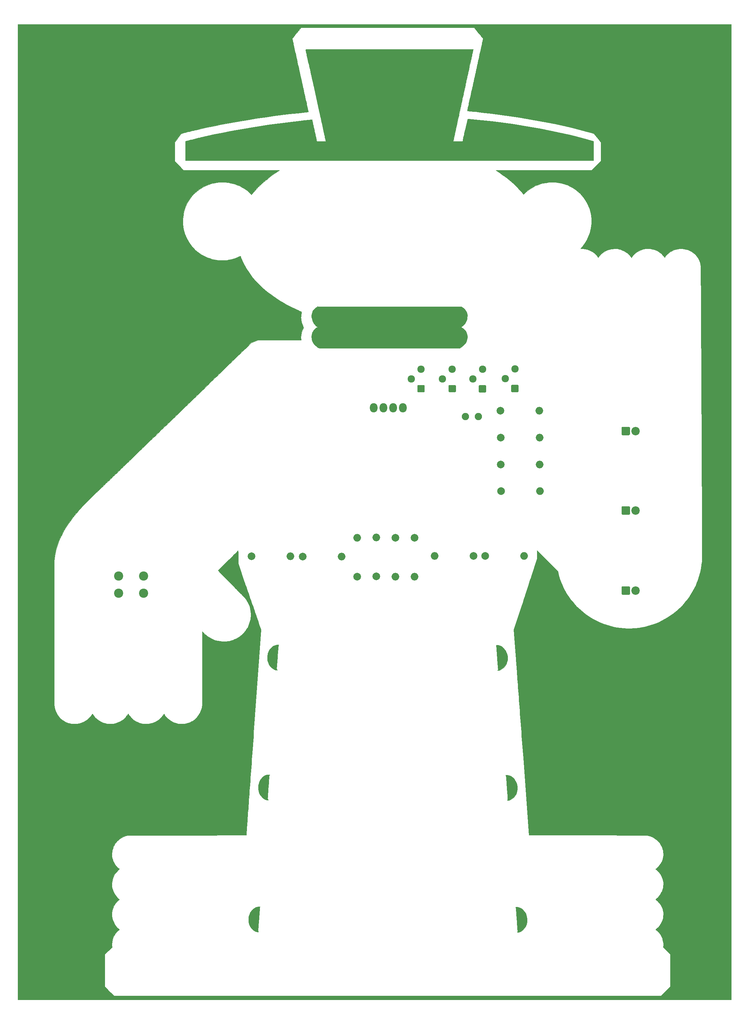
<source format=gbr>
G04 #@! TF.GenerationSoftware,KiCad,Pcbnew,(5.1.10)-1*
G04 #@! TF.CreationDate,2021-11-11T13:48:34+02:00*
G04 #@! TF.ProjectId,airguard_v1,61697267-7561-4726-945f-76312e6b6963,rev?*
G04 #@! TF.SameCoordinates,Original*
G04 #@! TF.FileFunction,Soldermask,Bot*
G04 #@! TF.FilePolarity,Negative*
%FSLAX46Y46*%
G04 Gerber Fmt 4.6, Leading zero omitted, Abs format (unit mm)*
G04 Created by KiCad (PCBNEW (5.1.10)-1) date 2021-11-11 13:48:34*
%MOMM*%
%LPD*%
G01*
G04 APERTURE LIST*
%ADD10C,0.010000*%
%ADD11C,2.400000*%
%ADD12C,1.900000*%
%ADD13C,2.200000*%
%ADD14O,2.000000X2.000000*%
%ADD15C,2.000000*%
%ADD16C,1.920000*%
%ADD17O,2.000000X2.400000*%
%ADD18C,2.899360*%
G04 APERTURE END LIST*
D10*
G04 #@! TO.C,G\u002A\u002A\u002A*
G36*
X148533731Y-31524291D02*
G01*
X148528315Y-31549603D01*
X148514209Y-31614891D01*
X148491715Y-31718763D01*
X148461136Y-31859827D01*
X148422773Y-32036692D01*
X148376929Y-32247967D01*
X148323906Y-32492259D01*
X148264007Y-32768178D01*
X148197533Y-33074332D01*
X148124787Y-33409328D01*
X148046071Y-33771776D01*
X147961688Y-34160285D01*
X147871939Y-34573461D01*
X147777127Y-35009915D01*
X147677554Y-35468253D01*
X147573522Y-35947086D01*
X147465334Y-36445021D01*
X147353292Y-36960666D01*
X147237698Y-37492631D01*
X147118855Y-38039522D01*
X146997064Y-38599950D01*
X146872627Y-39172522D01*
X146745848Y-39755847D01*
X146700499Y-39964500D01*
X146564615Y-40589757D01*
X146427235Y-41222021D01*
X146288854Y-41859013D01*
X146149965Y-42498456D01*
X146011063Y-43138074D01*
X145872640Y-43775589D01*
X145735192Y-44408725D01*
X145599212Y-45035203D01*
X145465194Y-45652748D01*
X145333632Y-46259082D01*
X145205020Y-46851928D01*
X145079852Y-47429009D01*
X144958621Y-47988048D01*
X144841822Y-48526768D01*
X144729949Y-49042891D01*
X144623495Y-49534141D01*
X144522955Y-49998241D01*
X144428822Y-50432913D01*
X144341591Y-50835880D01*
X144261754Y-51204867D01*
X144189807Y-51537594D01*
X144126243Y-51831786D01*
X144112117Y-51897208D01*
X143343239Y-55458500D01*
X144566869Y-55458500D01*
X144790101Y-55458411D01*
X145000208Y-55458155D01*
X145193462Y-55457748D01*
X145366135Y-55457207D01*
X145514497Y-55456547D01*
X145634822Y-55455784D01*
X145723379Y-55454935D01*
X145776441Y-55454016D01*
X145790854Y-55453208D01*
X145795503Y-55432324D01*
X145809012Y-55372494D01*
X145830850Y-55276051D01*
X145860488Y-55145328D01*
X145897397Y-54982656D01*
X145941046Y-54790370D01*
X145990906Y-54570801D01*
X146046447Y-54326283D01*
X146107139Y-54059148D01*
X146172452Y-53771730D01*
X146241857Y-53466360D01*
X146314823Y-53145372D01*
X146390821Y-52811099D01*
X146452929Y-52537959D01*
X147114649Y-49628002D01*
X147209283Y-49634040D01*
X147249791Y-49637124D01*
X147327694Y-49643520D01*
X147438217Y-49652823D01*
X147576587Y-49664621D01*
X147738029Y-49678508D01*
X147917768Y-49694075D01*
X148111030Y-49710912D01*
X148256416Y-49723641D01*
X150887540Y-49972520D01*
X153493411Y-50255297D01*
X156074167Y-50571996D01*
X158629947Y-50922641D01*
X161160888Y-51307257D01*
X163667127Y-51725866D01*
X166148803Y-52178494D01*
X168606053Y-52665164D01*
X171039015Y-53185900D01*
X173447827Y-53740726D01*
X175832627Y-54329666D01*
X178080250Y-54921915D01*
X178241689Y-54965921D01*
X178419981Y-55014772D01*
X178609893Y-55067015D01*
X178806196Y-55121194D01*
X179003658Y-55175856D01*
X179197048Y-55229546D01*
X179381134Y-55280809D01*
X179550686Y-55328191D01*
X179700473Y-55370237D01*
X179825263Y-55405493D01*
X179919826Y-55432505D01*
X179978930Y-55449817D01*
X179979958Y-55450128D01*
X179985546Y-55453499D01*
X179990543Y-55461534D01*
X179994983Y-55476472D01*
X179998898Y-55500553D01*
X180002322Y-55536017D01*
X180005286Y-55585103D01*
X180007825Y-55650052D01*
X180009970Y-55733102D01*
X180011754Y-55836494D01*
X180013210Y-55962467D01*
X180014372Y-56113261D01*
X180015271Y-56291116D01*
X180015941Y-56498271D01*
X180016415Y-56736967D01*
X180016724Y-57009442D01*
X180016903Y-57317936D01*
X180016984Y-57664690D01*
X180017000Y-57978759D01*
X180017000Y-60496166D01*
X73379333Y-60496166D01*
X73379333Y-55461503D01*
X73490458Y-55429813D01*
X73625008Y-55392425D01*
X73796312Y-55346416D01*
X73999924Y-55292897D01*
X74231398Y-55232975D01*
X74486289Y-55167762D01*
X74760149Y-55098365D01*
X75048534Y-55025896D01*
X75346996Y-54951463D01*
X75651091Y-54876175D01*
X75956373Y-54801142D01*
X76258394Y-54727474D01*
X76552710Y-54656280D01*
X76834874Y-54588670D01*
X77100440Y-54525752D01*
X77305750Y-54477732D01*
X79147450Y-54060337D01*
X81026717Y-53654854D01*
X82940342Y-53261819D01*
X84885116Y-52881768D01*
X86857829Y-52515237D01*
X88855273Y-52162761D01*
X90874239Y-51824876D01*
X92911517Y-51502119D01*
X94963898Y-51195025D01*
X97028173Y-50904130D01*
X99101134Y-50629971D01*
X101179570Y-50373082D01*
X103260273Y-50134001D01*
X103425416Y-50115804D01*
X103727801Y-50082768D01*
X104028577Y-50050246D01*
X104324794Y-50018537D01*
X104613503Y-49987941D01*
X104891754Y-49958755D01*
X105156596Y-49931279D01*
X105405081Y-49905811D01*
X105634258Y-49882650D01*
X105841178Y-49862095D01*
X106022891Y-49844445D01*
X106176446Y-49829998D01*
X106298895Y-49819053D01*
X106387287Y-49811908D01*
X106438672Y-49808863D01*
X106451100Y-49809378D01*
X106456348Y-49830407D01*
X106470001Y-49889895D01*
X106491422Y-49984944D01*
X106519975Y-50112657D01*
X106555022Y-50270138D01*
X106595928Y-50454487D01*
X106642055Y-50662808D01*
X106692767Y-50892203D01*
X106747428Y-51139774D01*
X106805400Y-51402625D01*
X106866047Y-51677858D01*
X106928732Y-51962575D01*
X106992819Y-52253879D01*
X107057671Y-52548872D01*
X107122651Y-52844657D01*
X107187123Y-53138336D01*
X107250450Y-53427012D01*
X107311996Y-53707788D01*
X107371123Y-53977765D01*
X107427195Y-54234047D01*
X107479576Y-54473736D01*
X107527628Y-54693935D01*
X107570716Y-54891745D01*
X107608202Y-55064270D01*
X107639449Y-55208612D01*
X107663822Y-55321873D01*
X107680684Y-55401157D01*
X107689397Y-55443565D01*
X107690500Y-55450021D01*
X107711032Y-55451599D01*
X107770094Y-55453081D01*
X107863882Y-55454441D01*
X107988591Y-55455650D01*
X108140419Y-55456681D01*
X108315560Y-55457508D01*
X108510211Y-55458101D01*
X108720569Y-55458435D01*
X108865250Y-55458500D01*
X109125782Y-55458333D01*
X109346857Y-55457791D01*
X109531349Y-55456804D01*
X109682131Y-55455306D01*
X109802079Y-55453229D01*
X109894067Y-55450507D01*
X109960969Y-55447072D01*
X110005659Y-55442857D01*
X110031012Y-55437795D01*
X110039902Y-55431818D01*
X110040000Y-55431032D01*
X110035469Y-55401229D01*
X110022090Y-55331560D01*
X110000185Y-55223488D01*
X109970072Y-55078474D01*
X109932074Y-54897983D01*
X109886509Y-54683475D01*
X109833699Y-54436414D01*
X109773963Y-54158263D01*
X109707623Y-53850484D01*
X109634999Y-53514539D01*
X109556412Y-53151892D01*
X109472180Y-52764004D01*
X109382626Y-52352338D01*
X109288070Y-51918358D01*
X109188831Y-51463524D01*
X109085231Y-50989301D01*
X108977590Y-50497151D01*
X108866228Y-49988535D01*
X108751466Y-49464918D01*
X108633624Y-48927761D01*
X108513023Y-48378526D01*
X108389983Y-47818678D01*
X108264824Y-47249677D01*
X108137868Y-46672987D01*
X108009433Y-46090070D01*
X107879842Y-45502389D01*
X107749414Y-44911407D01*
X107618469Y-44318585D01*
X107487329Y-43725387D01*
X107356313Y-43133275D01*
X107225742Y-42543712D01*
X107095937Y-41958160D01*
X106967218Y-41378082D01*
X106839904Y-40804941D01*
X106714318Y-40240198D01*
X106590779Y-39685317D01*
X106559140Y-39543322D01*
X106431262Y-38969425D01*
X106305744Y-38405979D01*
X106182900Y-37854393D01*
X106063043Y-37316078D01*
X105946486Y-36792443D01*
X105833542Y-36284897D01*
X105724523Y-35794850D01*
X105619743Y-35323711D01*
X105519515Y-34872890D01*
X105424152Y-34443797D01*
X105333967Y-34037841D01*
X105249273Y-33656431D01*
X105170382Y-33300977D01*
X105097608Y-32972889D01*
X105031264Y-32673576D01*
X104971663Y-32404448D01*
X104919118Y-32166913D01*
X104873941Y-31962383D01*
X104836447Y-31792265D01*
X104806947Y-31657970D01*
X104785755Y-31560908D01*
X104773184Y-31502487D01*
X104769500Y-31484114D01*
X104774618Y-31482571D01*
X104790444Y-31481083D01*
X104817681Y-31479648D01*
X104857034Y-31478266D01*
X104909207Y-31476936D01*
X104974904Y-31475656D01*
X105054831Y-31474426D01*
X105149691Y-31473245D01*
X105260188Y-31472112D01*
X105387027Y-31471026D01*
X105530913Y-31469986D01*
X105692550Y-31468992D01*
X105872641Y-31468041D01*
X106071892Y-31467134D01*
X106291008Y-31466270D01*
X106530691Y-31465447D01*
X106791647Y-31464664D01*
X107074580Y-31463921D01*
X107380195Y-31463218D01*
X107709195Y-31462551D01*
X108062286Y-31461922D01*
X108440171Y-31461329D01*
X108843555Y-31460771D01*
X109273142Y-31460247D01*
X109729637Y-31459756D01*
X110213744Y-31459298D01*
X110726167Y-31458871D01*
X111267612Y-31458474D01*
X111838781Y-31458107D01*
X112440380Y-31457769D01*
X113073113Y-31457459D01*
X113737685Y-31457175D01*
X114434799Y-31456917D01*
X115165160Y-31456684D01*
X115929472Y-31456475D01*
X116728441Y-31456289D01*
X117562769Y-31456126D01*
X118433162Y-31455983D01*
X119340324Y-31455861D01*
X120284960Y-31455759D01*
X121267773Y-31455675D01*
X122289468Y-31455608D01*
X123350750Y-31455558D01*
X124452322Y-31455524D01*
X125594890Y-31455505D01*
X126658479Y-31455500D01*
X148547458Y-31455500D01*
X148533731Y-31524291D01*
G37*
X148533731Y-31524291D02*
X148528315Y-31549603D01*
X148514209Y-31614891D01*
X148491715Y-31718763D01*
X148461136Y-31859827D01*
X148422773Y-32036692D01*
X148376929Y-32247967D01*
X148323906Y-32492259D01*
X148264007Y-32768178D01*
X148197533Y-33074332D01*
X148124787Y-33409328D01*
X148046071Y-33771776D01*
X147961688Y-34160285D01*
X147871939Y-34573461D01*
X147777127Y-35009915D01*
X147677554Y-35468253D01*
X147573522Y-35947086D01*
X147465334Y-36445021D01*
X147353292Y-36960666D01*
X147237698Y-37492631D01*
X147118855Y-38039522D01*
X146997064Y-38599950D01*
X146872627Y-39172522D01*
X146745848Y-39755847D01*
X146700499Y-39964500D01*
X146564615Y-40589757D01*
X146427235Y-41222021D01*
X146288854Y-41859013D01*
X146149965Y-42498456D01*
X146011063Y-43138074D01*
X145872640Y-43775589D01*
X145735192Y-44408725D01*
X145599212Y-45035203D01*
X145465194Y-45652748D01*
X145333632Y-46259082D01*
X145205020Y-46851928D01*
X145079852Y-47429009D01*
X144958621Y-47988048D01*
X144841822Y-48526768D01*
X144729949Y-49042891D01*
X144623495Y-49534141D01*
X144522955Y-49998241D01*
X144428822Y-50432913D01*
X144341591Y-50835880D01*
X144261754Y-51204867D01*
X144189807Y-51537594D01*
X144126243Y-51831786D01*
X144112117Y-51897208D01*
X143343239Y-55458500D01*
X144566869Y-55458500D01*
X144790101Y-55458411D01*
X145000208Y-55458155D01*
X145193462Y-55457748D01*
X145366135Y-55457207D01*
X145514497Y-55456547D01*
X145634822Y-55455784D01*
X145723379Y-55454935D01*
X145776441Y-55454016D01*
X145790854Y-55453208D01*
X145795503Y-55432324D01*
X145809012Y-55372494D01*
X145830850Y-55276051D01*
X145860488Y-55145328D01*
X145897397Y-54982656D01*
X145941046Y-54790370D01*
X145990906Y-54570801D01*
X146046447Y-54326283D01*
X146107139Y-54059148D01*
X146172452Y-53771730D01*
X146241857Y-53466360D01*
X146314823Y-53145372D01*
X146390821Y-52811099D01*
X146452929Y-52537959D01*
X147114649Y-49628002D01*
X147209283Y-49634040D01*
X147249791Y-49637124D01*
X147327694Y-49643520D01*
X147438217Y-49652823D01*
X147576587Y-49664621D01*
X147738029Y-49678508D01*
X147917768Y-49694075D01*
X148111030Y-49710912D01*
X148256416Y-49723641D01*
X150887540Y-49972520D01*
X153493411Y-50255297D01*
X156074167Y-50571996D01*
X158629947Y-50922641D01*
X161160888Y-51307257D01*
X163667127Y-51725866D01*
X166148803Y-52178494D01*
X168606053Y-52665164D01*
X171039015Y-53185900D01*
X173447827Y-53740726D01*
X175832627Y-54329666D01*
X178080250Y-54921915D01*
X178241689Y-54965921D01*
X178419981Y-55014772D01*
X178609893Y-55067015D01*
X178806196Y-55121194D01*
X179003658Y-55175856D01*
X179197048Y-55229546D01*
X179381134Y-55280809D01*
X179550686Y-55328191D01*
X179700473Y-55370237D01*
X179825263Y-55405493D01*
X179919826Y-55432505D01*
X179978930Y-55449817D01*
X179979958Y-55450128D01*
X179985546Y-55453499D01*
X179990543Y-55461534D01*
X179994983Y-55476472D01*
X179998898Y-55500553D01*
X180002322Y-55536017D01*
X180005286Y-55585103D01*
X180007825Y-55650052D01*
X180009970Y-55733102D01*
X180011754Y-55836494D01*
X180013210Y-55962467D01*
X180014372Y-56113261D01*
X180015271Y-56291116D01*
X180015941Y-56498271D01*
X180016415Y-56736967D01*
X180016724Y-57009442D01*
X180016903Y-57317936D01*
X180016984Y-57664690D01*
X180017000Y-57978759D01*
X180017000Y-60496166D01*
X73379333Y-60496166D01*
X73379333Y-55461503D01*
X73490458Y-55429813D01*
X73625008Y-55392425D01*
X73796312Y-55346416D01*
X73999924Y-55292897D01*
X74231398Y-55232975D01*
X74486289Y-55167762D01*
X74760149Y-55098365D01*
X75048534Y-55025896D01*
X75346996Y-54951463D01*
X75651091Y-54876175D01*
X75956373Y-54801142D01*
X76258394Y-54727474D01*
X76552710Y-54656280D01*
X76834874Y-54588670D01*
X77100440Y-54525752D01*
X77305750Y-54477732D01*
X79147450Y-54060337D01*
X81026717Y-53654854D01*
X82940342Y-53261819D01*
X84885116Y-52881768D01*
X86857829Y-52515237D01*
X88855273Y-52162761D01*
X90874239Y-51824876D01*
X92911517Y-51502119D01*
X94963898Y-51195025D01*
X97028173Y-50904130D01*
X99101134Y-50629971D01*
X101179570Y-50373082D01*
X103260273Y-50134001D01*
X103425416Y-50115804D01*
X103727801Y-50082768D01*
X104028577Y-50050246D01*
X104324794Y-50018537D01*
X104613503Y-49987941D01*
X104891754Y-49958755D01*
X105156596Y-49931279D01*
X105405081Y-49905811D01*
X105634258Y-49882650D01*
X105841178Y-49862095D01*
X106022891Y-49844445D01*
X106176446Y-49829998D01*
X106298895Y-49819053D01*
X106387287Y-49811908D01*
X106438672Y-49808863D01*
X106451100Y-49809378D01*
X106456348Y-49830407D01*
X106470001Y-49889895D01*
X106491422Y-49984944D01*
X106519975Y-50112657D01*
X106555022Y-50270138D01*
X106595928Y-50454487D01*
X106642055Y-50662808D01*
X106692767Y-50892203D01*
X106747428Y-51139774D01*
X106805400Y-51402625D01*
X106866047Y-51677858D01*
X106928732Y-51962575D01*
X106992819Y-52253879D01*
X107057671Y-52548872D01*
X107122651Y-52844657D01*
X107187123Y-53138336D01*
X107250450Y-53427012D01*
X107311996Y-53707788D01*
X107371123Y-53977765D01*
X107427195Y-54234047D01*
X107479576Y-54473736D01*
X107527628Y-54693935D01*
X107570716Y-54891745D01*
X107608202Y-55064270D01*
X107639449Y-55208612D01*
X107663822Y-55321873D01*
X107680684Y-55401157D01*
X107689397Y-55443565D01*
X107690500Y-55450021D01*
X107711032Y-55451599D01*
X107770094Y-55453081D01*
X107863882Y-55454441D01*
X107988591Y-55455650D01*
X108140419Y-55456681D01*
X108315560Y-55457508D01*
X108510211Y-55458101D01*
X108720569Y-55458435D01*
X108865250Y-55458500D01*
X109125782Y-55458333D01*
X109346857Y-55457791D01*
X109531349Y-55456804D01*
X109682131Y-55455306D01*
X109802079Y-55453229D01*
X109894067Y-55450507D01*
X109960969Y-55447072D01*
X110005659Y-55442857D01*
X110031012Y-55437795D01*
X110039902Y-55431818D01*
X110040000Y-55431032D01*
X110035469Y-55401229D01*
X110022090Y-55331560D01*
X110000185Y-55223488D01*
X109970072Y-55078474D01*
X109932074Y-54897983D01*
X109886509Y-54683475D01*
X109833699Y-54436414D01*
X109773963Y-54158263D01*
X109707623Y-53850484D01*
X109634999Y-53514539D01*
X109556412Y-53151892D01*
X109472180Y-52764004D01*
X109382626Y-52352338D01*
X109288070Y-51918358D01*
X109188831Y-51463524D01*
X109085231Y-50989301D01*
X108977590Y-50497151D01*
X108866228Y-49988535D01*
X108751466Y-49464918D01*
X108633624Y-48927761D01*
X108513023Y-48378526D01*
X108389983Y-47818678D01*
X108264824Y-47249677D01*
X108137868Y-46672987D01*
X108009433Y-46090070D01*
X107879842Y-45502389D01*
X107749414Y-44911407D01*
X107618469Y-44318585D01*
X107487329Y-43725387D01*
X107356313Y-43133275D01*
X107225742Y-42543712D01*
X107095937Y-41958160D01*
X106967218Y-41378082D01*
X106839904Y-40804941D01*
X106714318Y-40240198D01*
X106590779Y-39685317D01*
X106559140Y-39543322D01*
X106431262Y-38969425D01*
X106305744Y-38405979D01*
X106182900Y-37854393D01*
X106063043Y-37316078D01*
X105946486Y-36792443D01*
X105833542Y-36284897D01*
X105724523Y-35794850D01*
X105619743Y-35323711D01*
X105519515Y-34872890D01*
X105424152Y-34443797D01*
X105333967Y-34037841D01*
X105249273Y-33656431D01*
X105170382Y-33300977D01*
X105097608Y-32972889D01*
X105031264Y-32673576D01*
X104971663Y-32404448D01*
X104919118Y-32166913D01*
X104873941Y-31962383D01*
X104836447Y-31792265D01*
X104806947Y-31657970D01*
X104785755Y-31560908D01*
X104773184Y-31502487D01*
X104769500Y-31484114D01*
X104774618Y-31482571D01*
X104790444Y-31481083D01*
X104817681Y-31479648D01*
X104857034Y-31478266D01*
X104909207Y-31476936D01*
X104974904Y-31475656D01*
X105054831Y-31474426D01*
X105149691Y-31473245D01*
X105260188Y-31472112D01*
X105387027Y-31471026D01*
X105530913Y-31469986D01*
X105692550Y-31468992D01*
X105872641Y-31468041D01*
X106071892Y-31467134D01*
X106291008Y-31466270D01*
X106530691Y-31465447D01*
X106791647Y-31464664D01*
X107074580Y-31463921D01*
X107380195Y-31463218D01*
X107709195Y-31462551D01*
X108062286Y-31461922D01*
X108440171Y-31461329D01*
X108843555Y-31460771D01*
X109273142Y-31460247D01*
X109729637Y-31459756D01*
X110213744Y-31459298D01*
X110726167Y-31458871D01*
X111267612Y-31458474D01*
X111838781Y-31458107D01*
X112440380Y-31457769D01*
X113073113Y-31457459D01*
X113737685Y-31457175D01*
X114434799Y-31456917D01*
X115165160Y-31456684D01*
X115929472Y-31456475D01*
X116728441Y-31456289D01*
X117562769Y-31456126D01*
X118433162Y-31455983D01*
X119340324Y-31455861D01*
X120284960Y-31455759D01*
X121267773Y-31455675D01*
X122289468Y-31455608D01*
X123350750Y-31455558D01*
X124452322Y-31455524D01*
X125594890Y-31455505D01*
X126658479Y-31455500D01*
X148547458Y-31455500D01*
X148533731Y-31524291D01*
G36*
X107888996Y-98587289D02*
G01*
X107962686Y-98617798D01*
X107968230Y-98620192D01*
X107974655Y-98622493D01*
X107982786Y-98624703D01*
X107993451Y-98626823D01*
X108007477Y-98628856D01*
X108025690Y-98630804D01*
X108048916Y-98632667D01*
X108077984Y-98634449D01*
X108113720Y-98636150D01*
X108156950Y-98637773D01*
X108208501Y-98639320D01*
X108269201Y-98640792D01*
X108339876Y-98642191D01*
X108421352Y-98643519D01*
X108514457Y-98644778D01*
X108620017Y-98645970D01*
X108738860Y-98647097D01*
X108871812Y-98648160D01*
X109019699Y-98649162D01*
X109183349Y-98650103D01*
X109363589Y-98650987D01*
X109561245Y-98651814D01*
X109777144Y-98652587D01*
X110012113Y-98653308D01*
X110266978Y-98653978D01*
X110542568Y-98654599D01*
X110839707Y-98655173D01*
X111159224Y-98655702D01*
X111501944Y-98656188D01*
X111868696Y-98656633D01*
X112260305Y-98657037D01*
X112677598Y-98657405D01*
X113121403Y-98657736D01*
X113592546Y-98658033D01*
X114091853Y-98658298D01*
X114620153Y-98658533D01*
X115178270Y-98658739D01*
X115767033Y-98658919D01*
X116387268Y-98659073D01*
X117039802Y-98659205D01*
X117725462Y-98659316D01*
X118445074Y-98659407D01*
X119199466Y-98659481D01*
X119989463Y-98659539D01*
X120815894Y-98659584D01*
X121679585Y-98659617D01*
X122581362Y-98659639D01*
X123522052Y-98659654D01*
X124502483Y-98659662D01*
X125523480Y-98659665D01*
X126585872Y-98659666D01*
X145412865Y-98659666D01*
X145603670Y-98754477D01*
X145886072Y-98917937D01*
X146142523Y-99113689D01*
X146371010Y-99339112D01*
X146569516Y-99591581D01*
X146736028Y-99868472D01*
X146868531Y-100167163D01*
X146965009Y-100485029D01*
X146978572Y-100544905D01*
X147011897Y-100757200D01*
X147028054Y-100994778D01*
X147027158Y-101244276D01*
X147009324Y-101492331D01*
X146974668Y-101725582D01*
X146968120Y-101758015D01*
X146870263Y-102126714D01*
X146735597Y-102476876D01*
X146565289Y-102806258D01*
X146360507Y-103112615D01*
X146122418Y-103393702D01*
X146111113Y-103405541D01*
X145985721Y-103528633D01*
X145846403Y-103652678D01*
X145703291Y-103769430D01*
X145566515Y-103870644D01*
X145446208Y-103948076D01*
X145440312Y-103951457D01*
X145354708Y-104000180D01*
X145542868Y-104094373D01*
X145813893Y-104252982D01*
X146067793Y-104447022D01*
X146300465Y-104671642D01*
X146507802Y-104921991D01*
X146685700Y-105193219D01*
X146830053Y-105480474D01*
X146919366Y-105720915D01*
X146994879Y-106031123D01*
X147031735Y-106353447D01*
X147030337Y-106683684D01*
X146991088Y-107017630D01*
X146914391Y-107351078D01*
X146800650Y-107679826D01*
X146712527Y-107877750D01*
X146534065Y-108199071D01*
X146321796Y-108496361D01*
X146075100Y-108770251D01*
X145793359Y-109021374D01*
X145475955Y-109250363D01*
X145219650Y-109404877D01*
X144998050Y-109528750D01*
X108434932Y-109539406D01*
X108205591Y-109424362D01*
X107867430Y-109233388D01*
X107560715Y-109015895D01*
X107286420Y-108772959D01*
X107045521Y-108505657D01*
X106838992Y-108215064D01*
X106667809Y-107902258D01*
X106538309Y-107584034D01*
X106453736Y-107287978D01*
X106396112Y-106975272D01*
X106366277Y-106656522D01*
X106365068Y-106342335D01*
X106393323Y-106043320D01*
X106409244Y-105949842D01*
X106489058Y-105638337D01*
X106605585Y-105339104D01*
X106755858Y-105056190D01*
X106936908Y-104793644D01*
X107145769Y-104555514D01*
X107379474Y-104345847D01*
X107635055Y-104168693D01*
X107769779Y-104093749D01*
X107867910Y-104040835D01*
X107926597Y-104002973D01*
X107945806Y-103980187D01*
X107925508Y-103972500D01*
X107925166Y-103972500D01*
X107901054Y-103960594D01*
X107851258Y-103928452D01*
X107783810Y-103881437D01*
X107729374Y-103841792D01*
X107464608Y-103622481D01*
X107226583Y-103378498D01*
X107015963Y-103113195D01*
X106833408Y-102829922D01*
X106679582Y-102532028D01*
X106555148Y-102222864D01*
X106460768Y-101905780D01*
X106397104Y-101584127D01*
X106364819Y-101261253D01*
X106364575Y-100940511D01*
X106397036Y-100625249D01*
X106462863Y-100318818D01*
X106562720Y-100024567D01*
X106697268Y-99745849D01*
X106867170Y-99486011D01*
X106867807Y-99485166D01*
X107069614Y-99251025D01*
X107298896Y-99045691D01*
X107550437Y-98873513D01*
X107695791Y-98794815D01*
X107788183Y-98746428D01*
X107843641Y-98710835D01*
X107861282Y-98688739D01*
X107840225Y-98680843D01*
X107838666Y-98680833D01*
X107822755Y-98662719D01*
X107817500Y-98627916D01*
X107823141Y-98591791D01*
X107844671Y-98578409D01*
X107888996Y-98587289D01*
G37*
X107888996Y-98587289D02*
X107962686Y-98617798D01*
X107968230Y-98620192D01*
X107974655Y-98622493D01*
X107982786Y-98624703D01*
X107993451Y-98626823D01*
X108007477Y-98628856D01*
X108025690Y-98630804D01*
X108048916Y-98632667D01*
X108077984Y-98634449D01*
X108113720Y-98636150D01*
X108156950Y-98637773D01*
X108208501Y-98639320D01*
X108269201Y-98640792D01*
X108339876Y-98642191D01*
X108421352Y-98643519D01*
X108514457Y-98644778D01*
X108620017Y-98645970D01*
X108738860Y-98647097D01*
X108871812Y-98648160D01*
X109019699Y-98649162D01*
X109183349Y-98650103D01*
X109363589Y-98650987D01*
X109561245Y-98651814D01*
X109777144Y-98652587D01*
X110012113Y-98653308D01*
X110266978Y-98653978D01*
X110542568Y-98654599D01*
X110839707Y-98655173D01*
X111159224Y-98655702D01*
X111501944Y-98656188D01*
X111868696Y-98656633D01*
X112260305Y-98657037D01*
X112677598Y-98657405D01*
X113121403Y-98657736D01*
X113592546Y-98658033D01*
X114091853Y-98658298D01*
X114620153Y-98658533D01*
X115178270Y-98658739D01*
X115767033Y-98658919D01*
X116387268Y-98659073D01*
X117039802Y-98659205D01*
X117725462Y-98659316D01*
X118445074Y-98659407D01*
X119199466Y-98659481D01*
X119989463Y-98659539D01*
X120815894Y-98659584D01*
X121679585Y-98659617D01*
X122581362Y-98659639D01*
X123522052Y-98659654D01*
X124502483Y-98659662D01*
X125523480Y-98659665D01*
X126585872Y-98659666D01*
X145412865Y-98659666D01*
X145603670Y-98754477D01*
X145886072Y-98917937D01*
X146142523Y-99113689D01*
X146371010Y-99339112D01*
X146569516Y-99591581D01*
X146736028Y-99868472D01*
X146868531Y-100167163D01*
X146965009Y-100485029D01*
X146978572Y-100544905D01*
X147011897Y-100757200D01*
X147028054Y-100994778D01*
X147027158Y-101244276D01*
X147009324Y-101492331D01*
X146974668Y-101725582D01*
X146968120Y-101758015D01*
X146870263Y-102126714D01*
X146735597Y-102476876D01*
X146565289Y-102806258D01*
X146360507Y-103112615D01*
X146122418Y-103393702D01*
X146111113Y-103405541D01*
X145985721Y-103528633D01*
X145846403Y-103652678D01*
X145703291Y-103769430D01*
X145566515Y-103870644D01*
X145446208Y-103948076D01*
X145440312Y-103951457D01*
X145354708Y-104000180D01*
X145542868Y-104094373D01*
X145813893Y-104252982D01*
X146067793Y-104447022D01*
X146300465Y-104671642D01*
X146507802Y-104921991D01*
X146685700Y-105193219D01*
X146830053Y-105480474D01*
X146919366Y-105720915D01*
X146994879Y-106031123D01*
X147031735Y-106353447D01*
X147030337Y-106683684D01*
X146991088Y-107017630D01*
X146914391Y-107351078D01*
X146800650Y-107679826D01*
X146712527Y-107877750D01*
X146534065Y-108199071D01*
X146321796Y-108496361D01*
X146075100Y-108770251D01*
X145793359Y-109021374D01*
X145475955Y-109250363D01*
X145219650Y-109404877D01*
X144998050Y-109528750D01*
X108434932Y-109539406D01*
X108205591Y-109424362D01*
X107867430Y-109233388D01*
X107560715Y-109015895D01*
X107286420Y-108772959D01*
X107045521Y-108505657D01*
X106838992Y-108215064D01*
X106667809Y-107902258D01*
X106538309Y-107584034D01*
X106453736Y-107287978D01*
X106396112Y-106975272D01*
X106366277Y-106656522D01*
X106365068Y-106342335D01*
X106393323Y-106043320D01*
X106409244Y-105949842D01*
X106489058Y-105638337D01*
X106605585Y-105339104D01*
X106755858Y-105056190D01*
X106936908Y-104793644D01*
X107145769Y-104555514D01*
X107379474Y-104345847D01*
X107635055Y-104168693D01*
X107769779Y-104093749D01*
X107867910Y-104040835D01*
X107926597Y-104002973D01*
X107945806Y-103980187D01*
X107925508Y-103972500D01*
X107925166Y-103972500D01*
X107901054Y-103960594D01*
X107851258Y-103928452D01*
X107783810Y-103881437D01*
X107729374Y-103841792D01*
X107464608Y-103622481D01*
X107226583Y-103378498D01*
X107015963Y-103113195D01*
X106833408Y-102829922D01*
X106679582Y-102532028D01*
X106555148Y-102222864D01*
X106460768Y-101905780D01*
X106397104Y-101584127D01*
X106364819Y-101261253D01*
X106364575Y-100940511D01*
X106397036Y-100625249D01*
X106462863Y-100318818D01*
X106562720Y-100024567D01*
X106697268Y-99745849D01*
X106867170Y-99486011D01*
X106867807Y-99485166D01*
X107069614Y-99251025D01*
X107298896Y-99045691D01*
X107550437Y-98873513D01*
X107695791Y-98794815D01*
X107788183Y-98746428D01*
X107843641Y-98710835D01*
X107861282Y-98688739D01*
X107840225Y-98680843D01*
X107838666Y-98680833D01*
X107822755Y-98662719D01*
X107817500Y-98627916D01*
X107823141Y-98591791D01*
X107844671Y-98578409D01*
X107888996Y-98587289D01*
G36*
X97732124Y-187024476D02*
G01*
X97712334Y-187097633D01*
X97684931Y-187165621D01*
X97684042Y-187167351D01*
X97678597Y-187184921D01*
X97672289Y-187219286D01*
X97664970Y-187272196D01*
X97656493Y-187345404D01*
X97646712Y-187440662D01*
X97635479Y-187559721D01*
X97622648Y-187704333D01*
X97608070Y-187876249D01*
X97591600Y-188077222D01*
X97573089Y-188309002D01*
X97552391Y-188573342D01*
X97529359Y-188871994D01*
X97503845Y-189206709D01*
X97475704Y-189579238D01*
X97444786Y-189991334D01*
X97427604Y-190221301D01*
X97204493Y-193211020D01*
X97250420Y-193305552D01*
X97293811Y-193379919D01*
X97349801Y-193457455D01*
X97373553Y-193485542D01*
X97450759Y-193571000D01*
X97263088Y-193569317D01*
X97158081Y-193565091D01*
X97050801Y-193555440D01*
X96961612Y-193542289D01*
X96948416Y-193539559D01*
X96669308Y-193458899D01*
X96406512Y-193343147D01*
X96156822Y-193190419D01*
X95917032Y-192998834D01*
X95747214Y-192834213D01*
X95525739Y-192573539D01*
X95331648Y-192283781D01*
X95166074Y-191969069D01*
X95030154Y-191633532D01*
X94925020Y-191281300D01*
X94851808Y-190916501D01*
X94811651Y-190543265D01*
X94805686Y-190165721D01*
X94835044Y-189787998D01*
X94861557Y-189610491D01*
X94938457Y-189266176D01*
X95046097Y-188936578D01*
X95182138Y-188624019D01*
X95344242Y-188330820D01*
X95530069Y-188059304D01*
X95737282Y-187811791D01*
X95963542Y-187590604D01*
X96206509Y-187398064D01*
X96463847Y-187236492D01*
X96733215Y-187108209D01*
X97012275Y-187015539D01*
X97298690Y-186960801D01*
X97545777Y-186945833D01*
X97746877Y-186945833D01*
X97732124Y-187024476D01*
G37*
X97732124Y-187024476D02*
X97712334Y-187097633D01*
X97684931Y-187165621D01*
X97684042Y-187167351D01*
X97678597Y-187184921D01*
X97672289Y-187219286D01*
X97664970Y-187272196D01*
X97656493Y-187345404D01*
X97646712Y-187440662D01*
X97635479Y-187559721D01*
X97622648Y-187704333D01*
X97608070Y-187876249D01*
X97591600Y-188077222D01*
X97573089Y-188309002D01*
X97552391Y-188573342D01*
X97529359Y-188871994D01*
X97503845Y-189206709D01*
X97475704Y-189579238D01*
X97444786Y-189991334D01*
X97427604Y-190221301D01*
X97204493Y-193211020D01*
X97250420Y-193305552D01*
X97293811Y-193379919D01*
X97349801Y-193457455D01*
X97373553Y-193485542D01*
X97450759Y-193571000D01*
X97263088Y-193569317D01*
X97158081Y-193565091D01*
X97050801Y-193555440D01*
X96961612Y-193542289D01*
X96948416Y-193539559D01*
X96669308Y-193458899D01*
X96406512Y-193343147D01*
X96156822Y-193190419D01*
X95917032Y-192998834D01*
X95747214Y-192834213D01*
X95525739Y-192573539D01*
X95331648Y-192283781D01*
X95166074Y-191969069D01*
X95030154Y-191633532D01*
X94925020Y-191281300D01*
X94851808Y-190916501D01*
X94811651Y-190543265D01*
X94805686Y-190165721D01*
X94835044Y-189787998D01*
X94861557Y-189610491D01*
X94938457Y-189266176D01*
X95046097Y-188936578D01*
X95182138Y-188624019D01*
X95344242Y-188330820D01*
X95530069Y-188059304D01*
X95737282Y-187811791D01*
X95963542Y-187590604D01*
X96206509Y-187398064D01*
X96463847Y-187236492D01*
X96733215Y-187108209D01*
X97012275Y-187015539D01*
X97298690Y-186960801D01*
X97545777Y-186945833D01*
X97746877Y-186945833D01*
X97732124Y-187024476D01*
G36*
X155064216Y-187051276D02*
G01*
X155349751Y-187112343D01*
X155627415Y-187211806D01*
X155895040Y-187347768D01*
X156150460Y-187518336D01*
X156391508Y-187721614D01*
X156616016Y-187955707D01*
X156821817Y-188218720D01*
X157006744Y-188508757D01*
X157168630Y-188823925D01*
X157305309Y-189162328D01*
X157344704Y-189279377D01*
X157449076Y-189670032D01*
X157511241Y-190059353D01*
X157531238Y-190448646D01*
X157509111Y-190839218D01*
X157444901Y-191232375D01*
X157412138Y-191372242D01*
X157307409Y-191717962D01*
X157174135Y-192042816D01*
X157014408Y-192344550D01*
X156830323Y-192620907D01*
X156623972Y-192869634D01*
X156397451Y-193088477D01*
X156152852Y-193275180D01*
X155892269Y-193427490D01*
X155617796Y-193543152D01*
X155331526Y-193619911D01*
X155323390Y-193621473D01*
X155202714Y-193642450D01*
X155092771Y-193657962D01*
X155000468Y-193667381D01*
X154932710Y-193670079D01*
X154896404Y-193665429D01*
X154892166Y-193660677D01*
X154906171Y-193635651D01*
X154941009Y-193595992D01*
X154953150Y-193583993D01*
X155014800Y-193510758D01*
X155056462Y-193432746D01*
X155073662Y-193360871D01*
X155064993Y-193311341D01*
X155061273Y-193286408D01*
X155054704Y-193222127D01*
X155045504Y-193121371D01*
X155033890Y-192987015D01*
X155020081Y-192821932D01*
X155004295Y-192628996D01*
X154986747Y-192411081D01*
X154967657Y-192171061D01*
X154947242Y-191911809D01*
X154925720Y-191636200D01*
X154903307Y-191347107D01*
X154880223Y-191047404D01*
X154856684Y-190739964D01*
X154832909Y-190427663D01*
X154809114Y-190113373D01*
X154785517Y-189799968D01*
X154762337Y-189490323D01*
X154739791Y-189187311D01*
X154718095Y-188893806D01*
X154697469Y-188612681D01*
X154678130Y-188346811D01*
X154660295Y-188099070D01*
X154644182Y-187872331D01*
X154630009Y-187669468D01*
X154617993Y-187493354D01*
X154608352Y-187346865D01*
X154601303Y-187232873D01*
X154597065Y-187154253D01*
X154595833Y-187116517D01*
X154595833Y-187030500D01*
X154772977Y-187030500D01*
X155064216Y-187051276D01*
G37*
X155064216Y-187051276D02*
X155349751Y-187112343D01*
X155627415Y-187211806D01*
X155895040Y-187347768D01*
X156150460Y-187518336D01*
X156391508Y-187721614D01*
X156616016Y-187955707D01*
X156821817Y-188218720D01*
X157006744Y-188508757D01*
X157168630Y-188823925D01*
X157305309Y-189162328D01*
X157344704Y-189279377D01*
X157449076Y-189670032D01*
X157511241Y-190059353D01*
X157531238Y-190448646D01*
X157509111Y-190839218D01*
X157444901Y-191232375D01*
X157412138Y-191372242D01*
X157307409Y-191717962D01*
X157174135Y-192042816D01*
X157014408Y-192344550D01*
X156830323Y-192620907D01*
X156623972Y-192869634D01*
X156397451Y-193088477D01*
X156152852Y-193275180D01*
X155892269Y-193427490D01*
X155617796Y-193543152D01*
X155331526Y-193619911D01*
X155323390Y-193621473D01*
X155202714Y-193642450D01*
X155092771Y-193657962D01*
X155000468Y-193667381D01*
X154932710Y-193670079D01*
X154896404Y-193665429D01*
X154892166Y-193660677D01*
X154906171Y-193635651D01*
X154941009Y-193595992D01*
X154953150Y-193583993D01*
X155014800Y-193510758D01*
X155056462Y-193432746D01*
X155073662Y-193360871D01*
X155064993Y-193311341D01*
X155061273Y-193286408D01*
X155054704Y-193222127D01*
X155045504Y-193121371D01*
X155033890Y-192987015D01*
X155020081Y-192821932D01*
X155004295Y-192628996D01*
X154986747Y-192411081D01*
X154967657Y-192171061D01*
X154947242Y-191911809D01*
X154925720Y-191636200D01*
X154903307Y-191347107D01*
X154880223Y-191047404D01*
X154856684Y-190739964D01*
X154832909Y-190427663D01*
X154809114Y-190113373D01*
X154785517Y-189799968D01*
X154762337Y-189490323D01*
X154739791Y-189187311D01*
X154718095Y-188893806D01*
X154697469Y-188612681D01*
X154678130Y-188346811D01*
X154660295Y-188099070D01*
X154644182Y-187872331D01*
X154630009Y-187669468D01*
X154617993Y-187493354D01*
X154608352Y-187346865D01*
X154601303Y-187232873D01*
X154597065Y-187154253D01*
X154595833Y-187116517D01*
X154595833Y-187030500D01*
X154772977Y-187030500D01*
X155064216Y-187051276D01*
G36*
X95376404Y-220901172D02*
G01*
X95410711Y-220905346D01*
X95413833Y-220907557D01*
X95400732Y-220931245D01*
X95367177Y-220974268D01*
X95339750Y-221005787D01*
X95297217Y-221059567D01*
X95270340Y-221106430D01*
X95265495Y-221124769D01*
X95263922Y-221149915D01*
X95259364Y-221214849D01*
X95252001Y-221317142D01*
X95242011Y-221454367D01*
X95229575Y-221624096D01*
X95214871Y-221823901D01*
X95198080Y-222051355D01*
X95179380Y-222304031D01*
X95158950Y-222579499D01*
X95136971Y-222875333D01*
X95113622Y-223189106D01*
X95089081Y-223518388D01*
X95063529Y-223860754D01*
X95044286Y-224118271D01*
X95008945Y-224593050D01*
X94977039Y-225026011D01*
X94948545Y-225417528D01*
X94923438Y-225767974D01*
X94901691Y-226077723D01*
X94883281Y-226347149D01*
X94868182Y-226576625D01*
X94856369Y-226766525D01*
X94847817Y-226917222D01*
X94842502Y-227029090D01*
X94840397Y-227102503D01*
X94841479Y-227137835D01*
X94841902Y-227139832D01*
X94860949Y-227189074D01*
X94894682Y-227261178D01*
X94936573Y-227342371D01*
X94946694Y-227360916D01*
X94986046Y-227433678D01*
X95015960Y-227491800D01*
X95031615Y-227525801D01*
X95032833Y-227530230D01*
X95013542Y-227539542D01*
X94961714Y-227541575D01*
X94886415Y-227536874D01*
X94796711Y-227525986D01*
X94707405Y-227510609D01*
X94411219Y-227432559D01*
X94131984Y-227318783D01*
X93866756Y-227167649D01*
X93612591Y-226977527D01*
X93412183Y-226793207D01*
X93169990Y-226521498D01*
X92959987Y-226222506D01*
X92782443Y-225896760D01*
X92637633Y-225544787D01*
X92525827Y-225167117D01*
X92488578Y-224999981D01*
X92472832Y-224917713D01*
X92460856Y-224841612D01*
X92452152Y-224763868D01*
X92446219Y-224676670D01*
X92442557Y-224572206D01*
X92440667Y-224442665D01*
X92440048Y-224280235D01*
X92440033Y-224241500D01*
X92440446Y-224071362D01*
X92442021Y-223935728D01*
X92445259Y-223826775D01*
X92450665Y-223736677D01*
X92458739Y-223657612D01*
X92469986Y-223581754D01*
X92484907Y-223501280D01*
X92488846Y-223481617D01*
X92583118Y-223105895D01*
X92708831Y-222751802D01*
X92864488Y-222421409D01*
X93048596Y-222116787D01*
X93259659Y-221840008D01*
X93496183Y-221593143D01*
X93756673Y-221378264D01*
X94039634Y-221197441D01*
X94194926Y-221117669D01*
X94415900Y-221025715D01*
X94636717Y-220961177D01*
X94870410Y-220921003D01*
X95112208Y-220902774D01*
X95219660Y-220899767D01*
X95310223Y-220899273D01*
X95376404Y-220901172D01*
G37*
X95376404Y-220901172D02*
X95410711Y-220905346D01*
X95413833Y-220907557D01*
X95400732Y-220931245D01*
X95367177Y-220974268D01*
X95339750Y-221005787D01*
X95297217Y-221059567D01*
X95270340Y-221106430D01*
X95265495Y-221124769D01*
X95263922Y-221149915D01*
X95259364Y-221214849D01*
X95252001Y-221317142D01*
X95242011Y-221454367D01*
X95229575Y-221624096D01*
X95214871Y-221823901D01*
X95198080Y-222051355D01*
X95179380Y-222304031D01*
X95158950Y-222579499D01*
X95136971Y-222875333D01*
X95113622Y-223189106D01*
X95089081Y-223518388D01*
X95063529Y-223860754D01*
X95044286Y-224118271D01*
X95008945Y-224593050D01*
X94977039Y-225026011D01*
X94948545Y-225417528D01*
X94923438Y-225767974D01*
X94901691Y-226077723D01*
X94883281Y-226347149D01*
X94868182Y-226576625D01*
X94856369Y-226766525D01*
X94847817Y-226917222D01*
X94842502Y-227029090D01*
X94840397Y-227102503D01*
X94841479Y-227137835D01*
X94841902Y-227139832D01*
X94860949Y-227189074D01*
X94894682Y-227261178D01*
X94936573Y-227342371D01*
X94946694Y-227360916D01*
X94986046Y-227433678D01*
X95015960Y-227491800D01*
X95031615Y-227525801D01*
X95032833Y-227530230D01*
X95013542Y-227539542D01*
X94961714Y-227541575D01*
X94886415Y-227536874D01*
X94796711Y-227525986D01*
X94707405Y-227510609D01*
X94411219Y-227432559D01*
X94131984Y-227318783D01*
X93866756Y-227167649D01*
X93612591Y-226977527D01*
X93412183Y-226793207D01*
X93169990Y-226521498D01*
X92959987Y-226222506D01*
X92782443Y-225896760D01*
X92637633Y-225544787D01*
X92525827Y-225167117D01*
X92488578Y-224999981D01*
X92472832Y-224917713D01*
X92460856Y-224841612D01*
X92452152Y-224763868D01*
X92446219Y-224676670D01*
X92442557Y-224572206D01*
X92440667Y-224442665D01*
X92440048Y-224280235D01*
X92440033Y-224241500D01*
X92440446Y-224071362D01*
X92442021Y-223935728D01*
X92445259Y-223826775D01*
X92450665Y-223736677D01*
X92458739Y-223657612D01*
X92469986Y-223581754D01*
X92484907Y-223501280D01*
X92488846Y-223481617D01*
X92583118Y-223105895D01*
X92708831Y-222751802D01*
X92864488Y-222421409D01*
X93048596Y-222116787D01*
X93259659Y-221840008D01*
X93496183Y-221593143D01*
X93756673Y-221378264D01*
X94039634Y-221197441D01*
X94194926Y-221117669D01*
X94415900Y-221025715D01*
X94636717Y-220961177D01*
X94870410Y-220921003D01*
X95112208Y-220902774D01*
X95219660Y-220899767D01*
X95310223Y-220899273D01*
X95376404Y-220901172D01*
G36*
X157535355Y-221003443D02*
G01*
X157833922Y-221063999D01*
X158127337Y-221161672D01*
X158409126Y-221294216D01*
X158672819Y-221459385D01*
X158726378Y-221498830D01*
X158976743Y-221713859D01*
X159207960Y-221963213D01*
X159417725Y-222242378D01*
X159603731Y-222546839D01*
X159763672Y-222872084D01*
X159895244Y-223213597D01*
X159996139Y-223566865D01*
X160064053Y-223927373D01*
X160089756Y-224168000D01*
X160093925Y-224306601D01*
X160089406Y-224473817D01*
X160077200Y-224657054D01*
X160058309Y-224843719D01*
X160033734Y-225021215D01*
X160012623Y-225138535D01*
X159923565Y-225493138D01*
X159805028Y-225828468D01*
X159659001Y-226142233D01*
X159487474Y-226432138D01*
X159292434Y-226695888D01*
X159075872Y-226931190D01*
X158839777Y-227135751D01*
X158586138Y-227307276D01*
X158316943Y-227443471D01*
X158034182Y-227542043D01*
X157900765Y-227573984D01*
X157808043Y-227590947D01*
X157710745Y-227605272D01*
X157617788Y-227616097D01*
X157538086Y-227622559D01*
X157480554Y-227623799D01*
X157454108Y-227618952D01*
X157453333Y-227617234D01*
X157466143Y-227593406D01*
X157498414Y-227551244D01*
X157515402Y-227531312D01*
X157570422Y-227441732D01*
X157590900Y-227369768D01*
X157590987Y-227337669D01*
X157587988Y-227265630D01*
X157582059Y-227155921D01*
X157573354Y-227010810D01*
X157562028Y-226832568D01*
X157548235Y-226623464D01*
X157532131Y-226385766D01*
X157513870Y-226121744D01*
X157493606Y-225833668D01*
X157471494Y-225523807D01*
X157447690Y-225194429D01*
X157422347Y-224847806D01*
X157395620Y-224486205D01*
X157380542Y-224283833D01*
X157354188Y-223930708D01*
X157328718Y-223588615D01*
X157304311Y-223259990D01*
X157281144Y-222947264D01*
X157259396Y-222652874D01*
X157239245Y-222379253D01*
X157220870Y-222128834D01*
X157204449Y-221904053D01*
X157190160Y-221707342D01*
X157178181Y-221541137D01*
X157168691Y-221407870D01*
X157161868Y-221309977D01*
X157157891Y-221249891D01*
X157156877Y-221230602D01*
X157139086Y-221169225D01*
X157088639Y-221096908D01*
X157082606Y-221090111D01*
X157044749Y-221044863D01*
X157030575Y-221014282D01*
X157044132Y-220995562D01*
X157089466Y-220985896D01*
X157170624Y-220982475D01*
X157238106Y-220982252D01*
X157535355Y-221003443D01*
G37*
X157535355Y-221003443D02*
X157833922Y-221063999D01*
X158127337Y-221161672D01*
X158409126Y-221294216D01*
X158672819Y-221459385D01*
X158726378Y-221498830D01*
X158976743Y-221713859D01*
X159207960Y-221963213D01*
X159417725Y-222242378D01*
X159603731Y-222546839D01*
X159763672Y-222872084D01*
X159895244Y-223213597D01*
X159996139Y-223566865D01*
X160064053Y-223927373D01*
X160089756Y-224168000D01*
X160093925Y-224306601D01*
X160089406Y-224473817D01*
X160077200Y-224657054D01*
X160058309Y-224843719D01*
X160033734Y-225021215D01*
X160012623Y-225138535D01*
X159923565Y-225493138D01*
X159805028Y-225828468D01*
X159659001Y-226142233D01*
X159487474Y-226432138D01*
X159292434Y-226695888D01*
X159075872Y-226931190D01*
X158839777Y-227135751D01*
X158586138Y-227307276D01*
X158316943Y-227443471D01*
X158034182Y-227542043D01*
X157900765Y-227573984D01*
X157808043Y-227590947D01*
X157710745Y-227605272D01*
X157617788Y-227616097D01*
X157538086Y-227622559D01*
X157480554Y-227623799D01*
X157454108Y-227618952D01*
X157453333Y-227617234D01*
X157466143Y-227593406D01*
X157498414Y-227551244D01*
X157515402Y-227531312D01*
X157570422Y-227441732D01*
X157590900Y-227369768D01*
X157590987Y-227337669D01*
X157587988Y-227265630D01*
X157582059Y-227155921D01*
X157573354Y-227010810D01*
X157562028Y-226832568D01*
X157548235Y-226623464D01*
X157532131Y-226385766D01*
X157513870Y-226121744D01*
X157493606Y-225833668D01*
X157471494Y-225523807D01*
X157447690Y-225194429D01*
X157422347Y-224847806D01*
X157395620Y-224486205D01*
X157380542Y-224283833D01*
X157354188Y-223930708D01*
X157328718Y-223588615D01*
X157304311Y-223259990D01*
X157281144Y-222947264D01*
X157259396Y-222652874D01*
X157239245Y-222379253D01*
X157220870Y-222128834D01*
X157204449Y-221904053D01*
X157190160Y-221707342D01*
X157178181Y-221541137D01*
X157168691Y-221407870D01*
X157161868Y-221309977D01*
X157157891Y-221249891D01*
X157156877Y-221230602D01*
X157139086Y-221169225D01*
X157088639Y-221096908D01*
X157082606Y-221090111D01*
X157044749Y-221044863D01*
X157030575Y-221014282D01*
X157044132Y-220995562D01*
X157089466Y-220985896D01*
X157170624Y-220982475D01*
X157238106Y-220982252D01*
X157535355Y-221003443D01*
G36*
X92782982Y-255379759D02*
G01*
X92833404Y-255389293D01*
X92851858Y-255411155D01*
X92843489Y-255450230D01*
X92821047Y-255496955D01*
X92799993Y-255559233D01*
X92789543Y-255633047D01*
X92789297Y-255643901D01*
X92787724Y-255675201D01*
X92783160Y-255746176D01*
X92775790Y-255854287D01*
X92765797Y-255996995D01*
X92753366Y-256171760D01*
X92738681Y-256376043D01*
X92721927Y-256607305D01*
X92703287Y-256863007D01*
X92682945Y-257140609D01*
X92661087Y-257437573D01*
X92637895Y-257751359D01*
X92613555Y-258079428D01*
X92588251Y-258419241D01*
X92577500Y-258563250D01*
X92551758Y-258909175D01*
X92526922Y-259245676D01*
X92503175Y-259570103D01*
X92480704Y-259879803D01*
X92459694Y-260172125D01*
X92440332Y-260444417D01*
X92422803Y-260694026D01*
X92407293Y-260918303D01*
X92393987Y-261114594D01*
X92383072Y-261280248D01*
X92374732Y-261412613D01*
X92369155Y-261509038D01*
X92366524Y-261566870D01*
X92366335Y-261577848D01*
X92369970Y-261687556D01*
X92382233Y-261773403D01*
X92406224Y-261853496D01*
X92419154Y-261886416D01*
X92445929Y-261952130D01*
X92464826Y-261999875D01*
X92471568Y-262018708D01*
X92452050Y-262023056D01*
X92397236Y-262019162D01*
X92313224Y-262007668D01*
X92225739Y-261992826D01*
X91916270Y-261915423D01*
X91619072Y-261798828D01*
X91336668Y-261645047D01*
X91071582Y-261456084D01*
X90826337Y-261233944D01*
X90603456Y-260980631D01*
X90405464Y-260698152D01*
X90253257Y-260425901D01*
X90098523Y-260069018D01*
X89983259Y-259699276D01*
X89907650Y-259319585D01*
X89871879Y-258932853D01*
X89876131Y-258541991D01*
X89920588Y-258149907D01*
X90005436Y-257759511D01*
X90071043Y-257541559D01*
X90203987Y-257195843D01*
X90364108Y-256874782D01*
X90549329Y-256580092D01*
X90757568Y-256313488D01*
X90986747Y-256076684D01*
X91234786Y-255871394D01*
X91499604Y-255699335D01*
X91779123Y-255562220D01*
X92071262Y-255461764D01*
X92373943Y-255399682D01*
X92685084Y-255377689D01*
X92695448Y-255377666D01*
X92782982Y-255379759D01*
G37*
X92782982Y-255379759D02*
X92833404Y-255389293D01*
X92851858Y-255411155D01*
X92843489Y-255450230D01*
X92821047Y-255496955D01*
X92799993Y-255559233D01*
X92789543Y-255633047D01*
X92789297Y-255643901D01*
X92787724Y-255675201D01*
X92783160Y-255746176D01*
X92775790Y-255854287D01*
X92765797Y-255996995D01*
X92753366Y-256171760D01*
X92738681Y-256376043D01*
X92721927Y-256607305D01*
X92703287Y-256863007D01*
X92682945Y-257140609D01*
X92661087Y-257437573D01*
X92637895Y-257751359D01*
X92613555Y-258079428D01*
X92588251Y-258419241D01*
X92577500Y-258563250D01*
X92551758Y-258909175D01*
X92526922Y-259245676D01*
X92503175Y-259570103D01*
X92480704Y-259879803D01*
X92459694Y-260172125D01*
X92440332Y-260444417D01*
X92422803Y-260694026D01*
X92407293Y-260918303D01*
X92393987Y-261114594D01*
X92383072Y-261280248D01*
X92374732Y-261412613D01*
X92369155Y-261509038D01*
X92366524Y-261566870D01*
X92366335Y-261577848D01*
X92369970Y-261687556D01*
X92382233Y-261773403D01*
X92406224Y-261853496D01*
X92419154Y-261886416D01*
X92445929Y-261952130D01*
X92464826Y-261999875D01*
X92471568Y-262018708D01*
X92452050Y-262023056D01*
X92397236Y-262019162D01*
X92313224Y-262007668D01*
X92225739Y-261992826D01*
X91916270Y-261915423D01*
X91619072Y-261798828D01*
X91336668Y-261645047D01*
X91071582Y-261456084D01*
X90826337Y-261233944D01*
X90603456Y-260980631D01*
X90405464Y-260698152D01*
X90253257Y-260425901D01*
X90098523Y-260069018D01*
X89983259Y-259699276D01*
X89907650Y-259319585D01*
X89871879Y-258932853D01*
X89876131Y-258541991D01*
X89920588Y-258149907D01*
X90005436Y-257759511D01*
X90071043Y-257541559D01*
X90203987Y-257195843D01*
X90364108Y-256874782D01*
X90549329Y-256580092D01*
X90757568Y-256313488D01*
X90986747Y-256076684D01*
X91234786Y-255871394D01*
X91499604Y-255699335D01*
X91779123Y-255562220D01*
X92071262Y-255461764D01*
X92373943Y-255399682D01*
X92685084Y-255377689D01*
X92695448Y-255377666D01*
X92782982Y-255379759D01*
G36*
X160103921Y-255483248D02*
G01*
X160410576Y-255544407D01*
X160712222Y-255644207D01*
X161003577Y-255780986D01*
X161214312Y-255908272D01*
X161333533Y-255997520D01*
X161466743Y-256113338D01*
X161605056Y-256246676D01*
X161739588Y-256388481D01*
X161861455Y-256529701D01*
X161961772Y-256661286D01*
X161980835Y-256689195D01*
X162176627Y-257018043D01*
X162340528Y-257366209D01*
X162471017Y-257728145D01*
X162566575Y-258098302D01*
X162625679Y-258471133D01*
X162646810Y-258841089D01*
X162638630Y-259089337D01*
X162593539Y-259472073D01*
X162515059Y-259838005D01*
X162404680Y-260184956D01*
X162263889Y-260510750D01*
X162094175Y-260813208D01*
X161897028Y-261090153D01*
X161673935Y-261339408D01*
X161426386Y-261558794D01*
X161155869Y-261746136D01*
X160863873Y-261899254D01*
X160662648Y-261979615D01*
X160561531Y-262011616D01*
X160444702Y-262042895D01*
X160324175Y-262070807D01*
X160211964Y-262092708D01*
X160120083Y-262105952D01*
X160076417Y-262108666D01*
X160054302Y-262106110D01*
X160049456Y-262091634D01*
X160062057Y-262055029D01*
X160077991Y-262018365D01*
X160090677Y-261990211D01*
X160102135Y-261964335D01*
X160112276Y-261938614D01*
X160121012Y-261910920D01*
X160128257Y-261879129D01*
X160133921Y-261841114D01*
X160137918Y-261794751D01*
X160140159Y-261737913D01*
X160140557Y-261668475D01*
X160139024Y-261584311D01*
X160135473Y-261483296D01*
X160129815Y-261363304D01*
X160121962Y-261222209D01*
X160111828Y-261057886D01*
X160099324Y-260868210D01*
X160084362Y-260651054D01*
X160066855Y-260404293D01*
X160046715Y-260125801D01*
X160023854Y-259813453D01*
X159998185Y-259465123D01*
X159969619Y-259078686D01*
X159940188Y-258680684D01*
X159913810Y-258325382D01*
X159888040Y-257981371D01*
X159863070Y-257651044D01*
X159839088Y-257336795D01*
X159816286Y-257041017D01*
X159794854Y-256766106D01*
X159774982Y-256514455D01*
X159756860Y-256288458D01*
X159740679Y-256090510D01*
X159726629Y-255923003D01*
X159714900Y-255788333D01*
X159705683Y-255688894D01*
X159699168Y-255627079D01*
X159695724Y-255605495D01*
X159679892Y-255555154D01*
X159675833Y-255515537D01*
X159678640Y-255485576D01*
X159693827Y-255469686D01*
X159731540Y-255463436D01*
X159797541Y-255462392D01*
X160103921Y-255483248D01*
G37*
X160103921Y-255483248D02*
X160410576Y-255544407D01*
X160712222Y-255644207D01*
X161003577Y-255780986D01*
X161214312Y-255908272D01*
X161333533Y-255997520D01*
X161466743Y-256113338D01*
X161605056Y-256246676D01*
X161739588Y-256388481D01*
X161861455Y-256529701D01*
X161961772Y-256661286D01*
X161980835Y-256689195D01*
X162176627Y-257018043D01*
X162340528Y-257366209D01*
X162471017Y-257728145D01*
X162566575Y-258098302D01*
X162625679Y-258471133D01*
X162646810Y-258841089D01*
X162638630Y-259089337D01*
X162593539Y-259472073D01*
X162515059Y-259838005D01*
X162404680Y-260184956D01*
X162263889Y-260510750D01*
X162094175Y-260813208D01*
X161897028Y-261090153D01*
X161673935Y-261339408D01*
X161426386Y-261558794D01*
X161155869Y-261746136D01*
X160863873Y-261899254D01*
X160662648Y-261979615D01*
X160561531Y-262011616D01*
X160444702Y-262042895D01*
X160324175Y-262070807D01*
X160211964Y-262092708D01*
X160120083Y-262105952D01*
X160076417Y-262108666D01*
X160054302Y-262106110D01*
X160049456Y-262091634D01*
X160062057Y-262055029D01*
X160077991Y-262018365D01*
X160090677Y-261990211D01*
X160102135Y-261964335D01*
X160112276Y-261938614D01*
X160121012Y-261910920D01*
X160128257Y-261879129D01*
X160133921Y-261841114D01*
X160137918Y-261794751D01*
X160140159Y-261737913D01*
X160140557Y-261668475D01*
X160139024Y-261584311D01*
X160135473Y-261483296D01*
X160129815Y-261363304D01*
X160121962Y-261222209D01*
X160111828Y-261057886D01*
X160099324Y-260868210D01*
X160084362Y-260651054D01*
X160066855Y-260404293D01*
X160046715Y-260125801D01*
X160023854Y-259813453D01*
X159998185Y-259465123D01*
X159969619Y-259078686D01*
X159940188Y-258680684D01*
X159913810Y-258325382D01*
X159888040Y-257981371D01*
X159863070Y-257651044D01*
X159839088Y-257336795D01*
X159816286Y-257041017D01*
X159794854Y-256766106D01*
X159774982Y-256514455D01*
X159756860Y-256288458D01*
X159740679Y-256090510D01*
X159726629Y-255923003D01*
X159714900Y-255788333D01*
X159705683Y-255688894D01*
X159699168Y-255627079D01*
X159695724Y-255605495D01*
X159679892Y-255555154D01*
X159675833Y-255515537D01*
X159678640Y-255485576D01*
X159693827Y-255469686D01*
X159731540Y-255463436D01*
X159797541Y-255462392D01*
X160103921Y-255483248D01*
G36*
X216000333Y-279655833D02*
G01*
X29627833Y-279655833D01*
X29627833Y-191861920D01*
X39092047Y-191861920D01*
X39092062Y-192707003D01*
X39092128Y-193514091D01*
X39092246Y-194283665D01*
X39092417Y-195016208D01*
X39092639Y-195712202D01*
X39092915Y-196372128D01*
X39093244Y-196996469D01*
X39093627Y-197585706D01*
X39094064Y-198140322D01*
X39094556Y-198660798D01*
X39095103Y-199147618D01*
X39095706Y-199601261D01*
X39096364Y-200022211D01*
X39097079Y-200410950D01*
X39097851Y-200767959D01*
X39098680Y-201093721D01*
X39099567Y-201388717D01*
X39100512Y-201653430D01*
X39101516Y-201888341D01*
X39102578Y-202093933D01*
X39103700Y-202270687D01*
X39104882Y-202419086D01*
X39106124Y-202539611D01*
X39107427Y-202632745D01*
X39108791Y-202698969D01*
X39110217Y-202738766D01*
X39110748Y-202746750D01*
X39171059Y-203218927D01*
X39269515Y-203677244D01*
X39404534Y-204119899D01*
X39574534Y-204545085D01*
X39777931Y-204951001D01*
X40013143Y-205335841D01*
X40278588Y-205697801D01*
X40572684Y-206035079D01*
X40893847Y-206345869D01*
X41240494Y-206628368D01*
X41611045Y-206880771D01*
X42003915Y-207101276D01*
X42417523Y-207288077D01*
X42850285Y-207439372D01*
X43300620Y-207553355D01*
X43333250Y-207559988D01*
X43502537Y-207592277D01*
X43652591Y-207616783D01*
X43794322Y-207634489D01*
X43938638Y-207646375D01*
X44096446Y-207653423D01*
X44278656Y-207656613D01*
X44412750Y-207657084D01*
X44625683Y-207655509D01*
X44807272Y-207650236D01*
X44968416Y-207640295D01*
X45120016Y-207624713D01*
X45272974Y-207602519D01*
X45438188Y-207572744D01*
X45502833Y-207559968D01*
X45952842Y-207448003D01*
X46393145Y-207295831D01*
X46820186Y-207105130D01*
X47230410Y-206877577D01*
X47620261Y-206614851D01*
X47799416Y-206476493D01*
X48033795Y-206272175D01*
X48271257Y-206036576D01*
X48503335Y-205779143D01*
X48721561Y-205509324D01*
X48917469Y-205236564D01*
X48936874Y-205207420D01*
X48993310Y-205122869D01*
X49040805Y-205053390D01*
X49074885Y-205005406D01*
X49091075Y-204985337D01*
X49091733Y-204985170D01*
X49104504Y-205003667D01*
X49136519Y-205050979D01*
X49183484Y-205120735D01*
X49241105Y-205206566D01*
X49266472Y-205244416D01*
X49418978Y-205464059D01*
X49566199Y-205657826D01*
X49718988Y-205838980D01*
X49888198Y-206020781D01*
X49968459Y-206102207D01*
X50322131Y-206426883D01*
X50697113Y-206715018D01*
X51092967Y-206966393D01*
X51509260Y-207180790D01*
X51945557Y-207357990D01*
X52401423Y-207497775D01*
X52876422Y-207599927D01*
X52985250Y-207617605D01*
X53134281Y-207635106D01*
X53314464Y-207647790D01*
X53515578Y-207655647D01*
X53727403Y-207658667D01*
X53939721Y-207656841D01*
X54142309Y-207650158D01*
X54324949Y-207638609D01*
X54477421Y-207622184D01*
X54498666Y-207619051D01*
X54976930Y-207524338D01*
X55440034Y-207390849D01*
X55886128Y-207219706D01*
X56313363Y-207012028D01*
X56719888Y-206768935D01*
X57103854Y-206491545D01*
X57463410Y-206180979D01*
X57796707Y-205838356D01*
X58101895Y-205464796D01*
X58137409Y-205416756D01*
X58205672Y-205321662D01*
X58271104Y-205227480D01*
X58326060Y-205145390D01*
X58361583Y-205088828D01*
X58397012Y-205031439D01*
X58424284Y-204992651D01*
X58435666Y-204981776D01*
X58450480Y-204998912D01*
X58483629Y-205045074D01*
X58530547Y-205113685D01*
X58586670Y-205198165D01*
X58600618Y-205219481D01*
X58874952Y-205601479D01*
X59181536Y-205956602D01*
X59518877Y-206283540D01*
X59885483Y-206580983D01*
X60279863Y-206847624D01*
X60700523Y-207082153D01*
X60753416Y-207108429D01*
X61136070Y-207280821D01*
X61513991Y-207418862D01*
X61900169Y-207526645D01*
X62307593Y-207608263D01*
X62372666Y-207618708D01*
X62489986Y-207632633D01*
X62637989Y-207643562D01*
X62807642Y-207651425D01*
X62989912Y-207656153D01*
X63175765Y-207657677D01*
X63356168Y-207655930D01*
X63522086Y-207650840D01*
X63664487Y-207642341D01*
X63774336Y-207630362D01*
X63780250Y-207629443D01*
X64128555Y-207567144D01*
X64437363Y-207497356D01*
X64637500Y-207441896D01*
X65085969Y-207284406D01*
X65518596Y-207088243D01*
X65932981Y-206854876D01*
X66326721Y-206585774D01*
X66697415Y-206282406D01*
X66987782Y-206003670D01*
X67140442Y-205842226D01*
X67271052Y-205694190D01*
X67390331Y-205546360D01*
X67509001Y-205385531D01*
X67619492Y-205225648D01*
X67786447Y-204978569D01*
X67916412Y-205190059D01*
X68177091Y-205574343D01*
X68469345Y-205931503D01*
X68790946Y-206259904D01*
X69139670Y-206557909D01*
X69513289Y-206823884D01*
X69909579Y-207056193D01*
X70326312Y-207253200D01*
X70761263Y-207413271D01*
X71057619Y-207497987D01*
X71312864Y-207558295D01*
X71546200Y-207602728D01*
X71773939Y-207633619D01*
X72012389Y-207653299D01*
X72204583Y-207661993D01*
X72684356Y-207657615D01*
X73154840Y-207613657D01*
X73614012Y-207531307D01*
X74059852Y-207411756D01*
X74490338Y-207256192D01*
X74903449Y-207065806D01*
X75297163Y-206841788D01*
X75669460Y-206585326D01*
X76018316Y-206297611D01*
X76341712Y-205979832D01*
X76637626Y-205633179D01*
X76904036Y-205258841D01*
X77138921Y-204858009D01*
X77211561Y-204715250D01*
X77318151Y-204490224D01*
X77405493Y-204287648D01*
X77478283Y-204095062D01*
X77541217Y-203900003D01*
X77598989Y-203690011D01*
X77601262Y-203681116D01*
X77669167Y-203388763D01*
X77719091Y-203110723D01*
X77754860Y-202825024D01*
X77760386Y-202767916D01*
X77762371Y-202724838D01*
X77764261Y-202639516D01*
X77766057Y-202512041D01*
X77767758Y-202342502D01*
X77769365Y-202130990D01*
X77770876Y-201877594D01*
X77772291Y-201582404D01*
X77773611Y-201245510D01*
X77774835Y-200867001D01*
X77775964Y-200446969D01*
X77776996Y-199985502D01*
X77777931Y-199482691D01*
X77778770Y-198938625D01*
X77779513Y-198353395D01*
X77780158Y-197727089D01*
X77780706Y-197059799D01*
X77781157Y-196351614D01*
X77781510Y-195602623D01*
X77781765Y-194812918D01*
X77781922Y-193982586D01*
X77781981Y-193111720D01*
X77781982Y-193036541D01*
X77782015Y-192404714D01*
X77782109Y-191783631D01*
X77782264Y-191174632D01*
X77782476Y-190579053D01*
X77782745Y-189998233D01*
X77783067Y-189433508D01*
X77783441Y-188886218D01*
X77783864Y-188357698D01*
X77784336Y-187849289D01*
X77784853Y-187362326D01*
X77785413Y-186898148D01*
X77786016Y-186458092D01*
X77786658Y-186043496D01*
X77787338Y-185655699D01*
X77788053Y-185296037D01*
X77788802Y-184965848D01*
X77789582Y-184666471D01*
X77790392Y-184399242D01*
X77791230Y-184165500D01*
X77792093Y-183966582D01*
X77792979Y-183803826D01*
X77793887Y-183678570D01*
X77794814Y-183592152D01*
X77795759Y-183545909D01*
X77796346Y-183538000D01*
X77814589Y-183552281D01*
X77858859Y-183592579D01*
X77925150Y-183655078D01*
X78009455Y-183735960D01*
X78107768Y-183831409D01*
X78216083Y-183937607D01*
X78224971Y-183946365D01*
X78428372Y-184143538D01*
X78612674Y-184314428D01*
X78785635Y-184465475D01*
X78955013Y-184603116D01*
X79128569Y-184733792D01*
X79314061Y-184863942D01*
X79401250Y-184922562D01*
X79878979Y-185216356D01*
X80367071Y-185469233D01*
X80866316Y-185681431D01*
X81377508Y-185853190D01*
X81901437Y-185984748D01*
X82438898Y-186076343D01*
X82990680Y-186128214D01*
X83447132Y-186141273D01*
X83822237Y-186133840D01*
X84170455Y-186110032D01*
X84504595Y-186068177D01*
X84837467Y-186006605D01*
X85181882Y-185923647D01*
X85243292Y-185907081D01*
X85724643Y-185756062D01*
X86198808Y-185569446D01*
X86661459Y-185349929D01*
X87108269Y-185100211D01*
X87534908Y-184822989D01*
X87937050Y-184520963D01*
X88310367Y-184196829D01*
X88650531Y-183853287D01*
X88788521Y-183696750D01*
X89128636Y-183266669D01*
X89429603Y-182822972D01*
X89692184Y-182363931D01*
X89917141Y-181887817D01*
X90105236Y-181392904D01*
X90257231Y-180877463D01*
X90373890Y-180339767D01*
X90431956Y-179971416D01*
X90447231Y-179825671D01*
X90458839Y-179647206D01*
X90466781Y-179445010D01*
X90471056Y-179228072D01*
X90471665Y-179005381D01*
X90468607Y-178785927D01*
X90461882Y-178578699D01*
X90451491Y-178392685D01*
X90437433Y-178236875D01*
X90431961Y-178193416D01*
X90337206Y-177650474D01*
X90205259Y-177126959D01*
X90036332Y-176623367D01*
X89830638Y-176140191D01*
X89588391Y-175677926D01*
X89309802Y-175237066D01*
X88995084Y-174818106D01*
X88963497Y-174779682D01*
X88935006Y-174748167D01*
X88878073Y-174687908D01*
X88794028Y-174600256D01*
X88684198Y-174486564D01*
X88549913Y-174348185D01*
X88392500Y-174186472D01*
X88213288Y-174002776D01*
X88013607Y-173798450D01*
X87794784Y-173574847D01*
X87558148Y-173333319D01*
X87305028Y-173075219D01*
X87036752Y-172801899D01*
X86754649Y-172514711D01*
X86460048Y-172215009D01*
X86154277Y-171904145D01*
X85838664Y-171583470D01*
X85514539Y-171254339D01*
X85183230Y-170918102D01*
X84846065Y-170576114D01*
X84504373Y-170229725D01*
X84159483Y-169880290D01*
X83812723Y-169529159D01*
X83465423Y-169177686D01*
X83118909Y-168827223D01*
X82774512Y-168479123D01*
X82746853Y-168451177D01*
X81901457Y-167597023D01*
X84514238Y-164984178D01*
X84791665Y-164706833D01*
X85061092Y-164437663D01*
X85320989Y-164178186D01*
X85569830Y-163929920D01*
X85806088Y-163694383D01*
X86028234Y-163473094D01*
X86234743Y-163267570D01*
X86424086Y-163079330D01*
X86594736Y-162909892D01*
X86745165Y-162760774D01*
X86873847Y-162633494D01*
X86979254Y-162529570D01*
X87059858Y-162450521D01*
X87114132Y-162397865D01*
X87140550Y-162373119D01*
X87142926Y-162371333D01*
X87145405Y-162391971D01*
X87147767Y-162451769D01*
X87149980Y-162547556D01*
X87152014Y-162676157D01*
X87153841Y-162834402D01*
X87155429Y-163019117D01*
X87156750Y-163227129D01*
X87157772Y-163455266D01*
X87158467Y-163700356D01*
X87158805Y-163959225D01*
X87158833Y-164060046D01*
X87158833Y-165748759D01*
X88744069Y-170341254D01*
X88914156Y-170834003D01*
X89093396Y-171353264D01*
X89280242Y-171894559D01*
X89473148Y-172453409D01*
X89670568Y-173025333D01*
X89870956Y-173605854D01*
X90072765Y-174190491D01*
X90274450Y-174774766D01*
X90474463Y-175354199D01*
X90671260Y-175924310D01*
X90863294Y-176480622D01*
X91049018Y-177018653D01*
X91226887Y-177533926D01*
X91395353Y-178021961D01*
X91552872Y-178478278D01*
X91677393Y-178839000D01*
X91813829Y-179234271D01*
X91947118Y-179620481D01*
X92076555Y-179995588D01*
X92201435Y-180357547D01*
X92321054Y-180704314D01*
X92434707Y-181033844D01*
X92541689Y-181344095D01*
X92641297Y-181633023D01*
X92732825Y-181898582D01*
X92815569Y-182138730D01*
X92888824Y-182351423D01*
X92951887Y-182534616D01*
X93004052Y-182686265D01*
X93044614Y-182804328D01*
X93072870Y-182886759D01*
X93088115Y-182931515D01*
X93089201Y-182934750D01*
X93152923Y-183125250D01*
X91214211Y-209849732D01*
X91137159Y-210911919D01*
X91060846Y-211964028D01*
X90985329Y-213005260D01*
X90910666Y-214034820D01*
X90836915Y-215051909D01*
X90764134Y-216055731D01*
X90692379Y-217045489D01*
X90621710Y-218020386D01*
X90552183Y-218979624D01*
X90483855Y-219922408D01*
X90416786Y-220847938D01*
X90351032Y-221755420D01*
X90286652Y-222644055D01*
X90223702Y-223513046D01*
X90162241Y-224361597D01*
X90102326Y-225188911D01*
X90044014Y-225994189D01*
X89987365Y-226776636D01*
X89932434Y-227535455D01*
X89879281Y-228269847D01*
X89827962Y-228979017D01*
X89778535Y-229662167D01*
X89731058Y-230318500D01*
X89685589Y-230947218D01*
X89642185Y-231547526D01*
X89600904Y-232118626D01*
X89561804Y-232659721D01*
X89524942Y-233170014D01*
X89490376Y-233648707D01*
X89458163Y-234095004D01*
X89428362Y-234508108D01*
X89401030Y-234887221D01*
X89376225Y-235231548D01*
X89354004Y-235540289D01*
X89334425Y-235812649D01*
X89317546Y-236047831D01*
X89303424Y-236245037D01*
X89292117Y-236403471D01*
X89283683Y-236522335D01*
X89278180Y-236600832D01*
X89275664Y-236638165D01*
X89275500Y-236641311D01*
X89275500Y-236708407D01*
X73945541Y-236713828D01*
X58615583Y-236719250D01*
X58351000Y-236768959D01*
X57888819Y-236875795D01*
X57447769Y-237018996D01*
X57025920Y-237199431D01*
X56621340Y-237417964D01*
X56232101Y-237675462D01*
X56086166Y-237784982D01*
X55973625Y-237878113D01*
X55843433Y-237995304D01*
X55704558Y-238127697D01*
X55565964Y-238266433D01*
X55436617Y-238402652D01*
X55325484Y-238527495D01*
X55283004Y-238578594D01*
X55041502Y-238906145D01*
X54822557Y-239260780D01*
X54630543Y-239633794D01*
X54469835Y-240016485D01*
X54344806Y-240400148D01*
X54319472Y-240495845D01*
X54230137Y-240934981D01*
X54182345Y-241375190D01*
X54175445Y-241814087D01*
X54208788Y-242249286D01*
X54281726Y-242678403D01*
X54393608Y-243099051D01*
X54543785Y-243508846D01*
X54731607Y-243905403D01*
X54956426Y-244286336D01*
X55217591Y-244649261D01*
X55514453Y-244991791D01*
X55555282Y-245034336D01*
X55625836Y-245105844D01*
X55694804Y-245172807D01*
X55768853Y-245241220D01*
X55854652Y-245317075D01*
X55958869Y-245406368D01*
X56088170Y-245515092D01*
X56115358Y-245537801D01*
X56106506Y-245556448D01*
X56071113Y-245599625D01*
X56013388Y-245662771D01*
X55937541Y-245741323D01*
X55847781Y-245830718D01*
X55821360Y-245856458D01*
X55710817Y-245966270D01*
X55596749Y-246084156D01*
X55488064Y-246200592D01*
X55393674Y-246306055D01*
X55329824Y-246381833D01*
X55047509Y-246763531D01*
X54804027Y-247158140D01*
X54599675Y-247563920D01*
X54434748Y-247979131D01*
X54309543Y-248402033D01*
X54224355Y-248830884D01*
X54179481Y-249263945D01*
X54175217Y-249699475D01*
X54211859Y-250135734D01*
X54289703Y-250570982D01*
X54409045Y-251003477D01*
X54500010Y-251259164D01*
X54661111Y-251626355D01*
X54858670Y-251992261D01*
X55087309Y-252349121D01*
X55341651Y-252689178D01*
X55616319Y-253004671D01*
X55905934Y-253287842D01*
X55905957Y-253287863D01*
X55984409Y-253358799D01*
X56050632Y-253419979D01*
X56098608Y-253465749D01*
X56122322Y-253490450D01*
X56123726Y-253492592D01*
X56110527Y-253510859D01*
X56070295Y-253550216D01*
X56008962Y-253605195D01*
X55932460Y-253670327D01*
X55917666Y-253682600D01*
X55607983Y-253964689D01*
X55319755Y-254280010D01*
X55056703Y-254623356D01*
X54822543Y-254989522D01*
X54620996Y-255373300D01*
X54487571Y-255684756D01*
X54348664Y-256102245D01*
X54249728Y-256530114D01*
X54190702Y-256964983D01*
X54171524Y-257403470D01*
X54192132Y-257842195D01*
X54252462Y-258277777D01*
X54352453Y-258706837D01*
X54492042Y-259125993D01*
X54553808Y-259278116D01*
X54732681Y-259649267D01*
X54949072Y-260015159D01*
X55198188Y-260369223D01*
X55475234Y-260704893D01*
X55775416Y-261015601D01*
X55917625Y-261146283D01*
X55995525Y-261216177D01*
X56060435Y-261276372D01*
X56106466Y-261321259D01*
X56127730Y-261345231D01*
X56128500Y-261347146D01*
X56113011Y-261366149D01*
X56071975Y-261403477D01*
X56013534Y-261451822D01*
X55999285Y-261463105D01*
X55867055Y-261573757D01*
X55721352Y-261707051D01*
X55573869Y-261851585D01*
X55436299Y-261995958D01*
X55336255Y-262109601D01*
X55054584Y-262477189D01*
X54811300Y-262862380D01*
X54606780Y-263264139D01*
X54441400Y-263681432D01*
X54315538Y-264113225D01*
X54229571Y-264558483D01*
X54183874Y-265016172D01*
X54175948Y-265294250D01*
X54176319Y-265434588D01*
X54178744Y-265541617D01*
X54184006Y-265624343D01*
X54192890Y-265691770D01*
X54206179Y-265752905D01*
X54220179Y-265802250D01*
X54265297Y-265950416D01*
X54133273Y-266076199D01*
X54092782Y-266114805D01*
X54025045Y-266179424D01*
X53933435Y-266266836D01*
X53821327Y-266373821D01*
X53692093Y-266497160D01*
X53549108Y-266633632D01*
X53395746Y-266780019D01*
X53235379Y-266933100D01*
X53159875Y-267005177D01*
X52318500Y-267808373D01*
X52318500Y-276237279D01*
X53530222Y-277449139D01*
X54741945Y-278661000D01*
X197680583Y-278657698D01*
X200019499Y-276228870D01*
X200019499Y-267813259D01*
X199088567Y-266881838D01*
X198157635Y-265950416D01*
X198203490Y-265812833D01*
X198220620Y-265756641D01*
X198232914Y-265701227D01*
X198241131Y-265638107D01*
X198246030Y-265558800D01*
X198248367Y-265454824D01*
X198248901Y-265317697D01*
X198248889Y-265304833D01*
X198237158Y-264933675D01*
X198201513Y-264585666D01*
X198139845Y-264247668D01*
X198050043Y-263906545D01*
X197998129Y-263743228D01*
X197843301Y-263344865D01*
X197650158Y-262959252D01*
X197421800Y-262590679D01*
X197161329Y-262243432D01*
X196871848Y-261921798D01*
X196556458Y-261630065D01*
X196352375Y-261468401D01*
X196287222Y-261418401D01*
X196237642Y-261377526D01*
X196211589Y-261352444D01*
X196209500Y-261348604D01*
X196224836Y-261330775D01*
X196266781Y-261291556D01*
X196329233Y-261236434D01*
X196406093Y-261170896D01*
X196420196Y-261159078D01*
X196755389Y-260854910D01*
X197062603Y-260527136D01*
X197338375Y-260180122D01*
X197579242Y-259818233D01*
X197781739Y-259445833D01*
X197785088Y-259438899D01*
X197948060Y-259065384D01*
X198073932Y-258695251D01*
X198164490Y-258320636D01*
X198221522Y-257933671D01*
X198246814Y-257526491D01*
X198248480Y-257399083D01*
X198233969Y-256985858D01*
X198187029Y-256593637D01*
X198105845Y-256214500D01*
X197988601Y-255840529D01*
X197833482Y-255463802D01*
X197777759Y-255345916D01*
X197564554Y-254955652D01*
X197315781Y-254587065D01*
X197033855Y-254243135D01*
X196721190Y-253926841D01*
X196424672Y-253675397D01*
X196344048Y-253611560D01*
X196277186Y-253556705D01*
X196230376Y-253516136D01*
X196209909Y-253495155D01*
X196209500Y-253493987D01*
X196224880Y-253475267D01*
X196265733Y-253437724D01*
X196324125Y-253388535D01*
X196342190Y-253373931D01*
X196635147Y-253117456D01*
X196918410Y-252827271D01*
X197184978Y-252511913D01*
X197427851Y-252179919D01*
X197640026Y-251839828D01*
X197719327Y-251694666D01*
X197904478Y-251295052D01*
X198050616Y-250881286D01*
X198157329Y-250456603D01*
X198224203Y-250024235D01*
X198250825Y-249587413D01*
X198236783Y-249149372D01*
X198181664Y-248713343D01*
X198131663Y-248466750D01*
X198014184Y-248051701D01*
X197856413Y-247645544D01*
X197659882Y-247250649D01*
X197426128Y-246869384D01*
X197156683Y-246504118D01*
X196853084Y-246157220D01*
X196516863Y-245831059D01*
X196309971Y-245654325D01*
X196257098Y-245609122D01*
X196220702Y-245574009D01*
X196209500Y-245558527D01*
X196225282Y-245540359D01*
X196267348Y-245503966D01*
X196327775Y-245456065D01*
X196352375Y-245437389D01*
X196561451Y-245268918D01*
X196774354Y-245076427D01*
X196976208Y-244873876D01*
X197106218Y-244729804D01*
X197383619Y-244376014D01*
X197622808Y-244006061D01*
X197823746Y-243622090D01*
X197986392Y-243226246D01*
X198110704Y-242820674D01*
X198196641Y-242407518D01*
X198244164Y-241988924D01*
X198253231Y-241567037D01*
X198223800Y-241144000D01*
X198155832Y-240721960D01*
X198049285Y-240303061D01*
X197904119Y-239889448D01*
X197720292Y-239483265D01*
X197497764Y-239086658D01*
X197236494Y-238701772D01*
X197221493Y-238681646D01*
X197119278Y-238554602D01*
X196991544Y-238410525D01*
X196846648Y-238257767D01*
X196692950Y-238104677D01*
X196538809Y-237959608D01*
X196392584Y-237830909D01*
X196275643Y-237736725D01*
X195914712Y-237484939D01*
X195541159Y-237269036D01*
X195150585Y-237087083D01*
X194738587Y-236937150D01*
X194300765Y-236817305D01*
X194067136Y-236767346D01*
X193828250Y-236720705D01*
X178493418Y-236709394D01*
X163158587Y-236698083D01*
X161662352Y-216515666D01*
X161590827Y-215550870D01*
X161519047Y-214582628D01*
X161447115Y-213612300D01*
X161375129Y-212641245D01*
X161303192Y-211670822D01*
X161231403Y-210702391D01*
X161159864Y-209737311D01*
X161088675Y-208776942D01*
X161017937Y-207822641D01*
X160947751Y-206875769D01*
X160878217Y-205937685D01*
X160809437Y-205009749D01*
X160741511Y-204093318D01*
X160674539Y-203189754D01*
X160608622Y-202300414D01*
X160543862Y-201426658D01*
X160480359Y-200569846D01*
X160418214Y-199731337D01*
X160357526Y-198912489D01*
X160298398Y-198114663D01*
X160240930Y-197339217D01*
X160185223Y-196587511D01*
X160131377Y-195860903D01*
X160079493Y-195160754D01*
X160029671Y-194488422D01*
X159982014Y-193845267D01*
X159936621Y-193232648D01*
X159893592Y-192651924D01*
X159853030Y-192104454D01*
X159815034Y-191591598D01*
X159779706Y-191114715D01*
X159747145Y-190675165D01*
X159717453Y-190274305D01*
X159690731Y-189913497D01*
X159676303Y-189718666D01*
X159186490Y-183104083D01*
X160688963Y-178489750D01*
X160852731Y-177986781D01*
X161027965Y-177448582D01*
X161213028Y-176880180D01*
X161406284Y-176286598D01*
X161606097Y-175672864D01*
X161810831Y-175044003D01*
X162018849Y-174405039D01*
X162228517Y-173760999D01*
X162438197Y-173116908D01*
X162646255Y-172477792D01*
X162851053Y-171848676D01*
X163050955Y-171234585D01*
X163244327Y-170640545D01*
X163429530Y-170071582D01*
X163604931Y-169532721D01*
X163727634Y-169155744D01*
X165263833Y-164436072D01*
X165263833Y-163403702D01*
X165264149Y-163199159D01*
X165265054Y-163008082D01*
X165266487Y-162834526D01*
X165268384Y-162682552D01*
X165270683Y-162556215D01*
X165273323Y-162459574D01*
X165276239Y-162396686D01*
X165279370Y-162371609D01*
X165279739Y-162371333D01*
X165296132Y-162386060D01*
X165340933Y-162429244D01*
X165412635Y-162499387D01*
X165509731Y-162594991D01*
X165630715Y-162714558D01*
X165774080Y-162856591D01*
X165938320Y-163019592D01*
X166121928Y-163202062D01*
X166323397Y-163402506D01*
X166541222Y-163619424D01*
X166773895Y-163851318D01*
X167019909Y-164096692D01*
X167277759Y-164354048D01*
X167545938Y-164621887D01*
X167822939Y-164898712D01*
X167980032Y-165055782D01*
X170664419Y-167740232D01*
X170747479Y-168098491D01*
X170965388Y-168945353D01*
X171223684Y-169781874D01*
X171521363Y-170606025D01*
X171857422Y-171415779D01*
X172230860Y-172209110D01*
X172640673Y-172983991D01*
X173085859Y-173738394D01*
X173565415Y-174470293D01*
X174078338Y-175177661D01*
X174531974Y-175748666D01*
X175061446Y-176360450D01*
X175622281Y-176955654D01*
X176208926Y-177529041D01*
X176815825Y-178075372D01*
X177437425Y-178589411D01*
X177989267Y-179008768D01*
X178730615Y-179523211D01*
X179491448Y-180000609D01*
X180270458Y-180440597D01*
X181066339Y-180842811D01*
X181877782Y-181206884D01*
X182703479Y-181532451D01*
X183542124Y-181819147D01*
X184392407Y-182066607D01*
X185253022Y-182274465D01*
X186122661Y-182442356D01*
X187000016Y-182569915D01*
X187883779Y-182656777D01*
X188772643Y-182702575D01*
X189665301Y-182706946D01*
X190560443Y-182669522D01*
X190979216Y-182637604D01*
X191865975Y-182539153D01*
X192744272Y-182399481D01*
X193612907Y-182219075D01*
X194470675Y-181998420D01*
X195316373Y-181738002D01*
X196148798Y-181438308D01*
X196966747Y-181099823D01*
X197769017Y-180723034D01*
X198554404Y-180308426D01*
X199321707Y-179856485D01*
X200069720Y-179367698D01*
X200797242Y-178842551D01*
X201250272Y-178488625D01*
X201666659Y-178140911D01*
X202092013Y-177762153D01*
X202518449Y-177360136D01*
X202938078Y-176942651D01*
X203343017Y-176517484D01*
X203725377Y-176092424D01*
X203983193Y-175789707D01*
X204508359Y-175126162D01*
X205008134Y-174431767D01*
X205479874Y-173711060D01*
X205920932Y-172968582D01*
X206328663Y-172208874D01*
X206700421Y-171436477D01*
X207033560Y-170655931D01*
X207152114Y-170351166D01*
X207444043Y-169524699D01*
X207696194Y-168692731D01*
X207909106Y-167852624D01*
X208083318Y-167001737D01*
X208219369Y-166137432D01*
X208317799Y-165257071D01*
X208379145Y-164358012D01*
X208379997Y-164339833D01*
X208380832Y-164302335D01*
X208381475Y-164229810D01*
X208381926Y-164122090D01*
X208382183Y-163979009D01*
X208382246Y-163800399D01*
X208382114Y-163586094D01*
X208381786Y-163335925D01*
X208381263Y-163049727D01*
X208380542Y-162727331D01*
X208379625Y-162368571D01*
X208378508Y-161973280D01*
X208377193Y-161541290D01*
X208375678Y-161072435D01*
X208373963Y-160566547D01*
X208372047Y-160023459D01*
X208369928Y-159443004D01*
X208367608Y-158825016D01*
X208365084Y-158169326D01*
X208362356Y-157475768D01*
X208359424Y-156744174D01*
X208356287Y-155974378D01*
X208352943Y-155166213D01*
X208349393Y-154319510D01*
X208345636Y-153434104D01*
X208341670Y-152509827D01*
X208337496Y-151546512D01*
X208333112Y-150543992D01*
X208328518Y-149502100D01*
X208323713Y-148420668D01*
X208318697Y-147299530D01*
X208313468Y-146138518D01*
X208308027Y-144937465D01*
X208302371Y-143696205D01*
X208296502Y-142414570D01*
X208290417Y-141092392D01*
X208284116Y-139729506D01*
X208277600Y-138325743D01*
X208270865Y-136880937D01*
X208263914Y-135394921D01*
X208256743Y-133867526D01*
X208249353Y-132298587D01*
X208241743Y-130687937D01*
X208233913Y-129035407D01*
X208225861Y-127340831D01*
X208219963Y-126102250D01*
X208212536Y-124544915D01*
X208205301Y-123029370D01*
X208198254Y-121555073D01*
X208191392Y-120121481D01*
X208184712Y-118728051D01*
X208178211Y-117374239D01*
X208171887Y-116059504D01*
X208165736Y-114783303D01*
X208159756Y-113545093D01*
X208153942Y-112344331D01*
X208148293Y-111180474D01*
X208142805Y-110052980D01*
X208137475Y-108961306D01*
X208132301Y-107904909D01*
X208127279Y-106883247D01*
X208122406Y-105895776D01*
X208117679Y-104941954D01*
X208113095Y-104021239D01*
X208108652Y-103133086D01*
X208104346Y-102276955D01*
X208100174Y-101452302D01*
X208096134Y-100658584D01*
X208092221Y-99895258D01*
X208088434Y-99161782D01*
X208084769Y-98457613D01*
X208081223Y-97782209D01*
X208077794Y-97135025D01*
X208074478Y-96515521D01*
X208071272Y-95923153D01*
X208068173Y-95357378D01*
X208065178Y-94817653D01*
X208062285Y-94303436D01*
X208059489Y-93814184D01*
X208056789Y-93349355D01*
X208054182Y-92908405D01*
X208051663Y-92490792D01*
X208049231Y-92095973D01*
X208046881Y-91723405D01*
X208044612Y-91372546D01*
X208042420Y-91042853D01*
X208040303Y-90733782D01*
X208038256Y-90444792D01*
X208036278Y-90175340D01*
X208034365Y-89924882D01*
X208032514Y-89692877D01*
X208030722Y-89478781D01*
X208028987Y-89282051D01*
X208027304Y-89102145D01*
X208025672Y-88938521D01*
X208024087Y-88790635D01*
X208022546Y-88657944D01*
X208021047Y-88539906D01*
X208019585Y-88435979D01*
X208018159Y-88345619D01*
X208016765Y-88268283D01*
X208015400Y-88203429D01*
X208014061Y-88150515D01*
X208012745Y-88108997D01*
X208011450Y-88078332D01*
X208010171Y-88057979D01*
X208009506Y-88051240D01*
X207932134Y-87585918D01*
X207816885Y-87137335D01*
X207665356Y-86707102D01*
X207479144Y-86296830D01*
X207259844Y-85908130D01*
X207009054Y-85542613D01*
X206728369Y-85201890D01*
X206419388Y-84887572D01*
X206083706Y-84601269D01*
X205722920Y-84344593D01*
X205338627Y-84119154D01*
X204932422Y-83926563D01*
X204505904Y-83768432D01*
X204060667Y-83646371D01*
X203598310Y-83561991D01*
X203554333Y-83556095D01*
X203341800Y-83534983D01*
X203104879Y-83522584D01*
X202856139Y-83518820D01*
X202608149Y-83523612D01*
X202373479Y-83536882D01*
X202164697Y-83558550D01*
X202119299Y-83565074D01*
X201652036Y-83656910D01*
X201204283Y-83786078D01*
X200776861Y-83952086D01*
X200370588Y-84154445D01*
X199986283Y-84392664D01*
X199624764Y-84666253D01*
X199286850Y-84974720D01*
X198973360Y-85317575D01*
X198776057Y-85568083D01*
X198714032Y-85652084D01*
X198660132Y-85725765D01*
X198620018Y-85781342D01*
X198599350Y-85811031D01*
X198599053Y-85811500D01*
X198592224Y-85823176D01*
X198585626Y-85829785D01*
X198575713Y-85827362D01*
X198558935Y-85811944D01*
X198531743Y-85779567D01*
X198490590Y-85726267D01*
X198431926Y-85648080D01*
X198352205Y-85541042D01*
X198328715Y-85509508D01*
X198206466Y-85355999D01*
X198059567Y-85188480D01*
X197898001Y-85017286D01*
X197731750Y-84852753D01*
X197570795Y-84705215D01*
X197469638Y-84620011D01*
X197100527Y-84347818D01*
X196715987Y-84114072D01*
X196314132Y-83917946D01*
X195893074Y-83758616D01*
X195450927Y-83635255D01*
X195034750Y-83554512D01*
X194918386Y-83540898D01*
X194769065Y-83530458D01*
X194596048Y-83523247D01*
X194408596Y-83519322D01*
X194215970Y-83518739D01*
X194027431Y-83521554D01*
X193852241Y-83527824D01*
X193699660Y-83537604D01*
X193616583Y-83545919D01*
X193196888Y-83612214D01*
X192796905Y-83708812D01*
X192407107Y-83838630D01*
X192017971Y-84004586D01*
X191849166Y-84087432D01*
X191576554Y-84235981D01*
X191323361Y-84395431D01*
X191081321Y-84572009D01*
X190842170Y-84771939D01*
X190597642Y-85001449D01*
X190483576Y-85116111D01*
X190340346Y-85266126D01*
X190226026Y-85393906D01*
X190136947Y-85504243D01*
X190069435Y-85601930D01*
X190019821Y-85691758D01*
X189991653Y-85758180D01*
X189968929Y-85813576D01*
X189950744Y-85847575D01*
X189944892Y-85852784D01*
X189928257Y-85836491D01*
X189892314Y-85793344D01*
X189842911Y-85730540D01*
X189803017Y-85678159D01*
X189512124Y-85323069D01*
X189193736Y-84993178D01*
X188851379Y-84690908D01*
X188488576Y-84418679D01*
X188108852Y-84178914D01*
X187715731Y-83974035D01*
X187312739Y-83806463D01*
X186903399Y-83678620D01*
X186886830Y-83674338D01*
X186546014Y-83597267D01*
X186220963Y-83546391D01*
X185896714Y-83520224D01*
X185558301Y-83517281D01*
X185375178Y-83524257D01*
X184983017Y-83554051D01*
X184621722Y-83602140D01*
X184283084Y-83670532D01*
X183958892Y-83761234D01*
X183640938Y-83876256D01*
X183321012Y-84017605D01*
X183282776Y-84036101D01*
X182935339Y-84224156D01*
X182604357Y-84442015D01*
X182286007Y-84692720D01*
X181976464Y-84979311D01*
X181671906Y-85304830D01*
X181636221Y-85345833D01*
X181542726Y-85453348D01*
X181453939Y-85554170D01*
X181375172Y-85642363D01*
X181311740Y-85711991D01*
X181268955Y-85757120D01*
X181261112Y-85764831D01*
X181187760Y-85834580D01*
X181073338Y-85659233D01*
X180823712Y-85314991D01*
X180540583Y-84994434D01*
X180226879Y-84699678D01*
X179885526Y-84432841D01*
X179519449Y-84196041D01*
X179131575Y-83991396D01*
X178724830Y-83821023D01*
X178376583Y-83707610D01*
X178126432Y-83642205D01*
X177883883Y-83591757D01*
X177637270Y-83554579D01*
X177374925Y-83528981D01*
X177085180Y-83513278D01*
X177017487Y-83511010D01*
X176589724Y-83498050D01*
X176743698Y-83326567D01*
X177176573Y-82813698D01*
X177575156Y-82277989D01*
X177938438Y-81721311D01*
X178265412Y-81145537D01*
X178555071Y-80552539D01*
X178806407Y-79944188D01*
X179018413Y-79322358D01*
X179148460Y-78858250D01*
X179291281Y-78213707D01*
X179392320Y-77565967D01*
X179451704Y-76916664D01*
X179469559Y-76267430D01*
X179446010Y-75619899D01*
X179381182Y-74975702D01*
X179275201Y-74336473D01*
X179128193Y-73703845D01*
X178940284Y-73079451D01*
X178711599Y-72464924D01*
X178644216Y-72304020D01*
X178373485Y-71725854D01*
X178064689Y-71164201D01*
X177719632Y-70621356D01*
X177340124Y-70099611D01*
X176927970Y-69601259D01*
X176484977Y-69128592D01*
X176012952Y-68683903D01*
X175513702Y-68269486D01*
X175390388Y-68175054D01*
X174898093Y-67828381D01*
X174375449Y-67506737D01*
X173828317Y-67213215D01*
X173262556Y-66950912D01*
X172684026Y-66722922D01*
X172555508Y-66677639D01*
X172089012Y-66532036D01*
X171594846Y-66406358D01*
X171083761Y-66302760D01*
X170566510Y-66223397D01*
X170053845Y-66170423D01*
X170006933Y-66166925D01*
X169852091Y-66158701D01*
X169665687Y-66153549D01*
X169456427Y-66151325D01*
X169233017Y-66151884D01*
X169004163Y-66155081D01*
X168778571Y-66160771D01*
X168564948Y-66168809D01*
X168371998Y-66179049D01*
X168208429Y-66191347D01*
X168142500Y-66197984D01*
X167462866Y-66293337D01*
X166805259Y-66424732D01*
X166168975Y-66592497D01*
X165553313Y-66796959D01*
X164957570Y-67038445D01*
X164381043Y-67317283D01*
X163823031Y-67633801D01*
X163282832Y-67988325D01*
X162759742Y-68381183D01*
X162253059Y-68812703D01*
X161972963Y-69074510D01*
X161874286Y-69169126D01*
X161801188Y-69237115D01*
X161749331Y-69281803D01*
X161714376Y-69306512D01*
X161691982Y-69314568D01*
X161677811Y-69309294D01*
X161673353Y-69304025D01*
X161640809Y-69260423D01*
X161586317Y-69190551D01*
X161514973Y-69100704D01*
X161431877Y-68997180D01*
X161342125Y-68886275D01*
X161250815Y-68774285D01*
X161163046Y-68667505D01*
X161083914Y-68572234D01*
X161018519Y-68494766D01*
X161011508Y-68486583D01*
X160796053Y-68241356D01*
X160555067Y-67977163D01*
X160295971Y-67701616D01*
X160026184Y-67422327D01*
X159753127Y-67146907D01*
X159484219Y-66882970D01*
X159226879Y-66638127D01*
X159058625Y-66483104D01*
X158509930Y-65997578D01*
X157950480Y-65527251D01*
X157374338Y-65067529D01*
X156775570Y-64613818D01*
X156148238Y-64161524D01*
X155486407Y-63706051D01*
X155368416Y-63626890D01*
X154500583Y-63046750D01*
X167004108Y-63036166D01*
X179507634Y-63025583D01*
X181943166Y-60679605D01*
X181942729Y-58190760D01*
X181942292Y-55701916D01*
X181027161Y-54569500D01*
X180112030Y-53437083D01*
X179868723Y-53367778D01*
X179789396Y-53345423D01*
X179676066Y-53313825D01*
X179535575Y-53274875D01*
X179374764Y-53230463D01*
X179200473Y-53182480D01*
X179019545Y-53132815D01*
X178895166Y-53098761D01*
X176718051Y-52520781D01*
X174508258Y-51968664D01*
X172266759Y-51442584D01*
X169994526Y-50942717D01*
X167692530Y-50469239D01*
X165361743Y-50022324D01*
X163003136Y-49602148D01*
X160617681Y-49208886D01*
X158206350Y-48842713D01*
X155770114Y-48503805D01*
X153309945Y-48192336D01*
X150826814Y-47908482D01*
X149145416Y-47733301D01*
X148905474Y-47709357D01*
X148666757Y-47685697D01*
X148434624Y-47662844D01*
X148214434Y-47641317D01*
X148011548Y-47621637D01*
X147831325Y-47604326D01*
X147679124Y-47589902D01*
X147560306Y-47578888D01*
X147505000Y-47573934D01*
X147349497Y-47560148D01*
X147231134Y-47548992D01*
X147144863Y-47539597D01*
X147085634Y-47531092D01*
X147048400Y-47522607D01*
X147028111Y-47513273D01*
X147019719Y-47502219D01*
X147018166Y-47490035D01*
X147022662Y-47467570D01*
X147035960Y-47405062D01*
X147057775Y-47303815D01*
X147087820Y-47165131D01*
X147125812Y-46990314D01*
X147171463Y-46780668D01*
X147224490Y-46537496D01*
X147284607Y-46262101D01*
X147351528Y-45955787D01*
X147424968Y-45619858D01*
X147504642Y-45255616D01*
X147590265Y-44864366D01*
X147681550Y-44447410D01*
X147778213Y-44006052D01*
X147879968Y-43541595D01*
X147986531Y-43055343D01*
X148097615Y-42548600D01*
X148212935Y-42022668D01*
X148332206Y-41478852D01*
X148455142Y-40918454D01*
X148581459Y-40342778D01*
X148710871Y-39753127D01*
X148843092Y-39150806D01*
X148977838Y-38537116D01*
X149082999Y-38058254D01*
X149219478Y-37436705D01*
X149353625Y-36825515D01*
X149485156Y-36225988D01*
X149613785Y-35639427D01*
X149739229Y-35067136D01*
X149861204Y-34510419D01*
X149979424Y-33970579D01*
X150093606Y-33448919D01*
X150203464Y-32946744D01*
X150308715Y-32465357D01*
X150409073Y-32006062D01*
X150504255Y-31570163D01*
X150593976Y-31158962D01*
X150677952Y-30773764D01*
X150755897Y-30415872D01*
X150827528Y-30086590D01*
X150892560Y-29787222D01*
X150950708Y-29519071D01*
X151001689Y-29283441D01*
X151045217Y-29081635D01*
X151081008Y-28914957D01*
X151108779Y-28784711D01*
X151128243Y-28692201D01*
X151139117Y-28638729D01*
X151141458Y-28624981D01*
X151127390Y-28604187D01*
X151088427Y-28553072D01*
X151026512Y-28474055D01*
X150943588Y-28369555D01*
X150841597Y-28241990D01*
X150722484Y-28093780D01*
X150588189Y-27927341D01*
X150440657Y-27745094D01*
X150281831Y-27549456D01*
X150113653Y-27342846D01*
X149970916Y-27167897D01*
X148806750Y-25742461D01*
X103617066Y-25751083D01*
X102447393Y-27179833D01*
X102272660Y-27393521D01*
X102105820Y-27598050D01*
X101948802Y-27791027D01*
X101803534Y-27970058D01*
X101671946Y-28132749D01*
X101555966Y-28276708D01*
X101457522Y-28399541D01*
X101378545Y-28498855D01*
X101320962Y-28572257D01*
X101286702Y-28617353D01*
X101277360Y-28631609D01*
X101281863Y-28653580D01*
X101295229Y-28715595D01*
X101317174Y-28816362D01*
X101347414Y-28954592D01*
X101385663Y-29128993D01*
X101431637Y-29338276D01*
X101485051Y-29581151D01*
X101545620Y-29856327D01*
X101613060Y-30162513D01*
X101687087Y-30498421D01*
X101767415Y-30862759D01*
X101853759Y-31254237D01*
X101945836Y-31671565D01*
X102043360Y-32113453D01*
X102146047Y-32578609D01*
X102253612Y-33065746D01*
X102365771Y-33573571D01*
X102482238Y-34100794D01*
X102602729Y-34646126D01*
X102726960Y-35208276D01*
X102854645Y-35785954D01*
X102985501Y-36377869D01*
X103119241Y-36982731D01*
X103255583Y-37599251D01*
X103392725Y-38219286D01*
X103531319Y-38845884D01*
X103667578Y-39462024D01*
X103801219Y-40066420D01*
X103931957Y-40657784D01*
X104059509Y-41234831D01*
X104183590Y-41796272D01*
X104303917Y-42340823D01*
X104420206Y-42867194D01*
X104532172Y-43374101D01*
X104639532Y-43860257D01*
X104742001Y-44324373D01*
X104839297Y-44765165D01*
X104931135Y-45181344D01*
X105017230Y-45571625D01*
X105097300Y-45934720D01*
X105171059Y-46269342D01*
X105238225Y-46574206D01*
X105298513Y-46848024D01*
X105351639Y-47089510D01*
X105397319Y-47297376D01*
X105435270Y-47470336D01*
X105465207Y-47607103D01*
X105486847Y-47706391D01*
X105499905Y-47766913D01*
X105504100Y-47787381D01*
X105482800Y-47790217D01*
X105424068Y-47796781D01*
X105332595Y-47806582D01*
X105213071Y-47819127D01*
X105070187Y-47833924D01*
X104908633Y-47850481D01*
X104733100Y-47868305D01*
X104727166Y-47868905D01*
X102677068Y-48084669D01*
X100626511Y-48317497D01*
X98578553Y-48566894D01*
X96536251Y-48832367D01*
X94502665Y-49113421D01*
X92480852Y-49409564D01*
X90473870Y-49720301D01*
X88484777Y-50045139D01*
X86516632Y-50383583D01*
X84572492Y-50735140D01*
X82655416Y-51099316D01*
X80768462Y-51475617D01*
X78914687Y-51863549D01*
X77097150Y-52262619D01*
X76074584Y-52495798D01*
X75886648Y-52539690D01*
X75670627Y-52590903D01*
X75431642Y-52648171D01*
X75174810Y-52710228D01*
X74905251Y-52775809D01*
X74628082Y-52843650D01*
X74348422Y-52912485D01*
X74071391Y-52981049D01*
X73802106Y-53048076D01*
X73545686Y-53112303D01*
X73307250Y-53172462D01*
X73091916Y-53227289D01*
X72904803Y-53275520D01*
X72751030Y-53315888D01*
X72684526Y-53333737D01*
X72317802Y-53433213D01*
X70564166Y-55711969D01*
X70564166Y-60675942D01*
X72924108Y-63036166D01*
X85429636Y-63036166D01*
X86281558Y-63036199D01*
X87109563Y-63036296D01*
X87912925Y-63036457D01*
X88690919Y-63036681D01*
X89442819Y-63036965D01*
X90167900Y-63037310D01*
X90865437Y-63037714D01*
X91534703Y-63038176D01*
X92174974Y-63038694D01*
X92785524Y-63039268D01*
X93365628Y-63039897D01*
X93914559Y-63040579D01*
X94431594Y-63041313D01*
X94916006Y-63042099D01*
X95367070Y-63042934D01*
X95784060Y-63043819D01*
X96166251Y-63044751D01*
X96512918Y-63045729D01*
X96823335Y-63046753D01*
X97096777Y-63047822D01*
X97332518Y-63048934D01*
X97529832Y-63050087D01*
X97687995Y-63051282D01*
X97806281Y-63052517D01*
X97883964Y-63053790D01*
X97920320Y-63055101D01*
X97923144Y-63055616D01*
X97899820Y-63074907D01*
X97849646Y-63107506D01*
X97783057Y-63146671D01*
X97776684Y-63150249D01*
X97671270Y-63212691D01*
X97536233Y-63298277D01*
X97375432Y-63404248D01*
X97192724Y-63527841D01*
X96991968Y-63666296D01*
X96777021Y-63816851D01*
X96551742Y-63976745D01*
X96319990Y-64143216D01*
X96085621Y-64313505D01*
X95852495Y-64484848D01*
X95624469Y-64654486D01*
X95405401Y-64819657D01*
X95199150Y-64977599D01*
X95009574Y-65125552D01*
X94943821Y-65177695D01*
X94413328Y-65611002D01*
X93889122Y-66059882D01*
X93375346Y-66520282D01*
X92876142Y-66988149D01*
X92395650Y-67459430D01*
X91938013Y-67930072D01*
X91507372Y-68396021D01*
X91107870Y-68853226D01*
X90778333Y-69253924D01*
X90720279Y-69324827D01*
X90671471Y-69380747D01*
X90637983Y-69414942D01*
X90626620Y-69422288D01*
X90608013Y-69405955D01*
X90566298Y-69363942D01*
X90506882Y-69301858D01*
X90435174Y-69225309D01*
X90401046Y-69188407D01*
X89992693Y-68775849D01*
X89551800Y-68388448D01*
X89080820Y-68027539D01*
X88582209Y-67694458D01*
X88058421Y-67390542D01*
X87511912Y-67117127D01*
X86945135Y-66875547D01*
X86360546Y-66667140D01*
X85760598Y-66493241D01*
X85222083Y-66369854D01*
X84938336Y-66315002D01*
X84678020Y-66269942D01*
X84432319Y-66233847D01*
X84192419Y-66205893D01*
X83949505Y-66185253D01*
X83694762Y-66171101D01*
X83419376Y-66162611D01*
X83114532Y-66158959D01*
X82967833Y-66158672D01*
X82704684Y-66159720D01*
X82476134Y-66162931D01*
X82274478Y-66168871D01*
X82092012Y-66178106D01*
X81921033Y-66191202D01*
X81753834Y-66208724D01*
X81582713Y-66231240D01*
X81399965Y-66259314D01*
X81246118Y-66285137D01*
X80596396Y-66418394D01*
X79960778Y-66591204D01*
X79340649Y-66802738D01*
X78737397Y-67052171D01*
X78152410Y-67338676D01*
X77587074Y-67661425D01*
X77042777Y-68019593D01*
X76520906Y-68412353D01*
X76022847Y-68838877D01*
X75549988Y-69298340D01*
X75103717Y-69789915D01*
X74852991Y-70095250D01*
X74481107Y-70598777D01*
X74139204Y-71129851D01*
X73829398Y-71684149D01*
X73553808Y-72257348D01*
X73314550Y-72845124D01*
X73113740Y-73443154D01*
X72987304Y-73905250D01*
X72851937Y-74541672D01*
X72758059Y-75182788D01*
X72705399Y-75826535D01*
X72693682Y-76470849D01*
X72722635Y-77113666D01*
X72791984Y-77752924D01*
X72901455Y-78386559D01*
X73050775Y-79012507D01*
X73239670Y-79628704D01*
X73467867Y-80233088D01*
X73735092Y-80823595D01*
X73962465Y-81258849D01*
X74298886Y-81823298D01*
X74668018Y-82361942D01*
X75068290Y-82873662D01*
X75498125Y-83357338D01*
X75955951Y-83811852D01*
X76440193Y-84236084D01*
X76949279Y-84628914D01*
X77481632Y-84989225D01*
X78035681Y-85315895D01*
X78609851Y-85607806D01*
X79202568Y-85863839D01*
X79812258Y-86082874D01*
X80437348Y-86263793D01*
X81076263Y-86405475D01*
X81241205Y-86435190D01*
X81431310Y-86466940D01*
X81601797Y-86493031D01*
X81759960Y-86513992D01*
X81913093Y-86530350D01*
X82068490Y-86542633D01*
X82233444Y-86551369D01*
X82415249Y-86557084D01*
X82621199Y-86560307D01*
X82858587Y-86561566D01*
X82989000Y-86561625D01*
X83208434Y-86561209D01*
X83391884Y-86560124D01*
X83545697Y-86558117D01*
X83676220Y-86554933D01*
X83789799Y-86550318D01*
X83892783Y-86544019D01*
X83991517Y-86535781D01*
X84092349Y-86525351D01*
X84193914Y-86513418D01*
X84819398Y-86420146D01*
X85418822Y-86295874D01*
X85996165Y-86139430D01*
X86555405Y-85949643D01*
X87100523Y-85725341D01*
X87475813Y-85547176D01*
X87744883Y-85412345D01*
X87877655Y-85765381D01*
X88193111Y-86544655D01*
X88549527Y-87314119D01*
X88946598Y-88073403D01*
X89384018Y-88822136D01*
X89861479Y-89559947D01*
X90378675Y-90286466D01*
X90935299Y-91001323D01*
X91531046Y-91704146D01*
X92165608Y-92394566D01*
X92838680Y-93072212D01*
X93549954Y-93736712D01*
X94299124Y-94387698D01*
X95085884Y-95024797D01*
X95909927Y-95647641D01*
X96260500Y-95900227D01*
X97097012Y-96474672D01*
X97971624Y-97036554D01*
X98881556Y-97584315D01*
X99824028Y-98116393D01*
X100796261Y-98631227D01*
X101795475Y-99127258D01*
X102818890Y-99602926D01*
X103002083Y-99684763D01*
X103143239Y-99747281D01*
X103278509Y-99806892D01*
X103400868Y-99860524D01*
X103503294Y-99905105D01*
X103578763Y-99937563D01*
X103610625Y-99950947D01*
X103674240Y-99980534D01*
X103718288Y-100007607D01*
X103732333Y-100024172D01*
X103728552Y-100052685D01*
X103718207Y-100114216D01*
X103702799Y-100200223D01*
X103683825Y-100302167D01*
X103680080Y-100321902D01*
X103615435Y-100719331D01*
X103576898Y-101101150D01*
X103565150Y-101472657D01*
X103580874Y-101839147D01*
X103624751Y-102205917D01*
X103697465Y-102578262D01*
X103799696Y-102961479D01*
X103932128Y-103360864D01*
X104095442Y-103781713D01*
X104139135Y-103886092D01*
X104268552Y-104191268D01*
X104210723Y-104288259D01*
X104090712Y-104508782D01*
X103974403Y-104758576D01*
X103866883Y-105024603D01*
X103773244Y-105293823D01*
X103698572Y-105553197D01*
X103670548Y-105672290D01*
X103631927Y-105878212D01*
X103601450Y-106095586D01*
X103579456Y-106316730D01*
X103566282Y-106533962D01*
X103562269Y-106739599D01*
X103567755Y-106925960D01*
X103583078Y-107085361D01*
X103603524Y-107191739D01*
X103625063Y-107272606D01*
X103644369Y-107340749D01*
X103657650Y-107382839D01*
X103658706Y-107385625D01*
X103658806Y-107389420D01*
X103655004Y-107392948D01*
X103645814Y-107396218D01*
X103629751Y-107399240D01*
X103605329Y-107402024D01*
X103571062Y-107404580D01*
X103525466Y-107406918D01*
X103467055Y-107409047D01*
X103394342Y-107410977D01*
X103305842Y-107412719D01*
X103200071Y-107414282D01*
X103075541Y-107415676D01*
X102930769Y-107416910D01*
X102764267Y-107417996D01*
X102574552Y-107418941D01*
X102360136Y-107419757D01*
X102119534Y-107420454D01*
X101851262Y-107421040D01*
X101553833Y-107421526D01*
X101225762Y-107421923D01*
X100865563Y-107422238D01*
X100471750Y-107422483D01*
X100042839Y-107422668D01*
X99577344Y-107422802D01*
X99073778Y-107422894D01*
X98530657Y-107422956D01*
X98024889Y-107422992D01*
X92376416Y-107423318D01*
X91516779Y-107724674D01*
X90657141Y-108026030D01*
X88278279Y-110333677D01*
X87061524Y-111513906D01*
X85852256Y-112686675D01*
X84651033Y-113851444D01*
X83458416Y-115007671D01*
X82274963Y-116154816D01*
X81101235Y-117292339D01*
X79937790Y-118419698D01*
X78785189Y-119536355D01*
X77643990Y-120641767D01*
X76514753Y-121735395D01*
X75398039Y-122816697D01*
X74294405Y-123885134D01*
X73204412Y-124940164D01*
X72128620Y-125981247D01*
X71067586Y-127007843D01*
X70021872Y-128019411D01*
X68992037Y-129015411D01*
X67978640Y-129995301D01*
X66982240Y-130958541D01*
X66003398Y-131904591D01*
X65042672Y-132832911D01*
X64100622Y-133742959D01*
X63177808Y-134634195D01*
X62274789Y-135506078D01*
X61392124Y-136358069D01*
X60530374Y-137189626D01*
X59690097Y-138000208D01*
X58871853Y-138789276D01*
X58076201Y-139556289D01*
X57303702Y-140300705D01*
X56554914Y-141021985D01*
X55830397Y-141719589D01*
X55130710Y-142392974D01*
X54456413Y-143041602D01*
X53808066Y-143664930D01*
X53186228Y-144262420D01*
X52591458Y-144833529D01*
X52024316Y-145377719D01*
X51485362Y-145894447D01*
X50975154Y-146383174D01*
X50494253Y-146843358D01*
X50117166Y-147203818D01*
X49602375Y-147697496D01*
X49117904Y-148165994D01*
X48661702Y-148611413D01*
X48231718Y-149035854D01*
X47825903Y-149441418D01*
X47442205Y-149830206D01*
X47078574Y-150204319D01*
X46732958Y-150565858D01*
X46403308Y-150916924D01*
X46087573Y-151259619D01*
X45783702Y-151596042D01*
X45489644Y-151928296D01*
X45353579Y-152084377D01*
X44682737Y-152877040D01*
X44052643Y-153661776D01*
X43462684Y-154439683D01*
X42912249Y-155211858D01*
X42400724Y-155979398D01*
X41927498Y-156743400D01*
X41491958Y-157504960D01*
X41093491Y-158265176D01*
X40731486Y-159025145D01*
X40405329Y-159785963D01*
X40114408Y-160548728D01*
X39858112Y-161314537D01*
X39635826Y-162084486D01*
X39523908Y-162526460D01*
X39431415Y-162931118D01*
X39346568Y-163345443D01*
X39267685Y-163778460D01*
X39193084Y-164239194D01*
X39148502Y-164540916D01*
X39100102Y-164879583D01*
X39093720Y-183675583D01*
X39093340Y-184841981D01*
X39093009Y-185966527D01*
X39092725Y-187049704D01*
X39092490Y-188091994D01*
X39092305Y-189093879D01*
X39092169Y-190055840D01*
X39092083Y-190978360D01*
X39092047Y-191861920D01*
X29627833Y-191861920D01*
X29627833Y-24936166D01*
X216000333Y-24936166D01*
X216000333Y-279655833D01*
G37*
X216000333Y-279655833D02*
X29627833Y-279655833D01*
X29627833Y-191861920D01*
X39092047Y-191861920D01*
X39092062Y-192707003D01*
X39092128Y-193514091D01*
X39092246Y-194283665D01*
X39092417Y-195016208D01*
X39092639Y-195712202D01*
X39092915Y-196372128D01*
X39093244Y-196996469D01*
X39093627Y-197585706D01*
X39094064Y-198140322D01*
X39094556Y-198660798D01*
X39095103Y-199147618D01*
X39095706Y-199601261D01*
X39096364Y-200022211D01*
X39097079Y-200410950D01*
X39097851Y-200767959D01*
X39098680Y-201093721D01*
X39099567Y-201388717D01*
X39100512Y-201653430D01*
X39101516Y-201888341D01*
X39102578Y-202093933D01*
X39103700Y-202270687D01*
X39104882Y-202419086D01*
X39106124Y-202539611D01*
X39107427Y-202632745D01*
X39108791Y-202698969D01*
X39110217Y-202738766D01*
X39110748Y-202746750D01*
X39171059Y-203218927D01*
X39269515Y-203677244D01*
X39404534Y-204119899D01*
X39574534Y-204545085D01*
X39777931Y-204951001D01*
X40013143Y-205335841D01*
X40278588Y-205697801D01*
X40572684Y-206035079D01*
X40893847Y-206345869D01*
X41240494Y-206628368D01*
X41611045Y-206880771D01*
X42003915Y-207101276D01*
X42417523Y-207288077D01*
X42850285Y-207439372D01*
X43300620Y-207553355D01*
X43333250Y-207559988D01*
X43502537Y-207592277D01*
X43652591Y-207616783D01*
X43794322Y-207634489D01*
X43938638Y-207646375D01*
X44096446Y-207653423D01*
X44278656Y-207656613D01*
X44412750Y-207657084D01*
X44625683Y-207655509D01*
X44807272Y-207650236D01*
X44968416Y-207640295D01*
X45120016Y-207624713D01*
X45272974Y-207602519D01*
X45438188Y-207572744D01*
X45502833Y-207559968D01*
X45952842Y-207448003D01*
X46393145Y-207295831D01*
X46820186Y-207105130D01*
X47230410Y-206877577D01*
X47620261Y-206614851D01*
X47799416Y-206476493D01*
X48033795Y-206272175D01*
X48271257Y-206036576D01*
X48503335Y-205779143D01*
X48721561Y-205509324D01*
X48917469Y-205236564D01*
X48936874Y-205207420D01*
X48993310Y-205122869D01*
X49040805Y-205053390D01*
X49074885Y-205005406D01*
X49091075Y-204985337D01*
X49091733Y-204985170D01*
X49104504Y-205003667D01*
X49136519Y-205050979D01*
X49183484Y-205120735D01*
X49241105Y-205206566D01*
X49266472Y-205244416D01*
X49418978Y-205464059D01*
X49566199Y-205657826D01*
X49718988Y-205838980D01*
X49888198Y-206020781D01*
X49968459Y-206102207D01*
X50322131Y-206426883D01*
X50697113Y-206715018D01*
X51092967Y-206966393D01*
X51509260Y-207180790D01*
X51945557Y-207357990D01*
X52401423Y-207497775D01*
X52876422Y-207599927D01*
X52985250Y-207617605D01*
X53134281Y-207635106D01*
X53314464Y-207647790D01*
X53515578Y-207655647D01*
X53727403Y-207658667D01*
X53939721Y-207656841D01*
X54142309Y-207650158D01*
X54324949Y-207638609D01*
X54477421Y-207622184D01*
X54498666Y-207619051D01*
X54976930Y-207524338D01*
X55440034Y-207390849D01*
X55886128Y-207219706D01*
X56313363Y-207012028D01*
X56719888Y-206768935D01*
X57103854Y-206491545D01*
X57463410Y-206180979D01*
X57796707Y-205838356D01*
X58101895Y-205464796D01*
X58137409Y-205416756D01*
X58205672Y-205321662D01*
X58271104Y-205227480D01*
X58326060Y-205145390D01*
X58361583Y-205088828D01*
X58397012Y-205031439D01*
X58424284Y-204992651D01*
X58435666Y-204981776D01*
X58450480Y-204998912D01*
X58483629Y-205045074D01*
X58530547Y-205113685D01*
X58586670Y-205198165D01*
X58600618Y-205219481D01*
X58874952Y-205601479D01*
X59181536Y-205956602D01*
X59518877Y-206283540D01*
X59885483Y-206580983D01*
X60279863Y-206847624D01*
X60700523Y-207082153D01*
X60753416Y-207108429D01*
X61136070Y-207280821D01*
X61513991Y-207418862D01*
X61900169Y-207526645D01*
X62307593Y-207608263D01*
X62372666Y-207618708D01*
X62489986Y-207632633D01*
X62637989Y-207643562D01*
X62807642Y-207651425D01*
X62989912Y-207656153D01*
X63175765Y-207657677D01*
X63356168Y-207655930D01*
X63522086Y-207650840D01*
X63664487Y-207642341D01*
X63774336Y-207630362D01*
X63780250Y-207629443D01*
X64128555Y-207567144D01*
X64437363Y-207497356D01*
X64637500Y-207441896D01*
X65085969Y-207284406D01*
X65518596Y-207088243D01*
X65932981Y-206854876D01*
X66326721Y-206585774D01*
X66697415Y-206282406D01*
X66987782Y-206003670D01*
X67140442Y-205842226D01*
X67271052Y-205694190D01*
X67390331Y-205546360D01*
X67509001Y-205385531D01*
X67619492Y-205225648D01*
X67786447Y-204978569D01*
X67916412Y-205190059D01*
X68177091Y-205574343D01*
X68469345Y-205931503D01*
X68790946Y-206259904D01*
X69139670Y-206557909D01*
X69513289Y-206823884D01*
X69909579Y-207056193D01*
X70326312Y-207253200D01*
X70761263Y-207413271D01*
X71057619Y-207497987D01*
X71312864Y-207558295D01*
X71546200Y-207602728D01*
X71773939Y-207633619D01*
X72012389Y-207653299D01*
X72204583Y-207661993D01*
X72684356Y-207657615D01*
X73154840Y-207613657D01*
X73614012Y-207531307D01*
X74059852Y-207411756D01*
X74490338Y-207256192D01*
X74903449Y-207065806D01*
X75297163Y-206841788D01*
X75669460Y-206585326D01*
X76018316Y-206297611D01*
X76341712Y-205979832D01*
X76637626Y-205633179D01*
X76904036Y-205258841D01*
X77138921Y-204858009D01*
X77211561Y-204715250D01*
X77318151Y-204490224D01*
X77405493Y-204287648D01*
X77478283Y-204095062D01*
X77541217Y-203900003D01*
X77598989Y-203690011D01*
X77601262Y-203681116D01*
X77669167Y-203388763D01*
X77719091Y-203110723D01*
X77754860Y-202825024D01*
X77760386Y-202767916D01*
X77762371Y-202724838D01*
X77764261Y-202639516D01*
X77766057Y-202512041D01*
X77767758Y-202342502D01*
X77769365Y-202130990D01*
X77770876Y-201877594D01*
X77772291Y-201582404D01*
X77773611Y-201245510D01*
X77774835Y-200867001D01*
X77775964Y-200446969D01*
X77776996Y-199985502D01*
X77777931Y-199482691D01*
X77778770Y-198938625D01*
X77779513Y-198353395D01*
X77780158Y-197727089D01*
X77780706Y-197059799D01*
X77781157Y-196351614D01*
X77781510Y-195602623D01*
X77781765Y-194812918D01*
X77781922Y-193982586D01*
X77781981Y-193111720D01*
X77781982Y-193036541D01*
X77782015Y-192404714D01*
X77782109Y-191783631D01*
X77782264Y-191174632D01*
X77782476Y-190579053D01*
X77782745Y-189998233D01*
X77783067Y-189433508D01*
X77783441Y-188886218D01*
X77783864Y-188357698D01*
X77784336Y-187849289D01*
X77784853Y-187362326D01*
X77785413Y-186898148D01*
X77786016Y-186458092D01*
X77786658Y-186043496D01*
X77787338Y-185655699D01*
X77788053Y-185296037D01*
X77788802Y-184965848D01*
X77789582Y-184666471D01*
X77790392Y-184399242D01*
X77791230Y-184165500D01*
X77792093Y-183966582D01*
X77792979Y-183803826D01*
X77793887Y-183678570D01*
X77794814Y-183592152D01*
X77795759Y-183545909D01*
X77796346Y-183538000D01*
X77814589Y-183552281D01*
X77858859Y-183592579D01*
X77925150Y-183655078D01*
X78009455Y-183735960D01*
X78107768Y-183831409D01*
X78216083Y-183937607D01*
X78224971Y-183946365D01*
X78428372Y-184143538D01*
X78612674Y-184314428D01*
X78785635Y-184465475D01*
X78955013Y-184603116D01*
X79128569Y-184733792D01*
X79314061Y-184863942D01*
X79401250Y-184922562D01*
X79878979Y-185216356D01*
X80367071Y-185469233D01*
X80866316Y-185681431D01*
X81377508Y-185853190D01*
X81901437Y-185984748D01*
X82438898Y-186076343D01*
X82990680Y-186128214D01*
X83447132Y-186141273D01*
X83822237Y-186133840D01*
X84170455Y-186110032D01*
X84504595Y-186068177D01*
X84837467Y-186006605D01*
X85181882Y-185923647D01*
X85243292Y-185907081D01*
X85724643Y-185756062D01*
X86198808Y-185569446D01*
X86661459Y-185349929D01*
X87108269Y-185100211D01*
X87534908Y-184822989D01*
X87937050Y-184520963D01*
X88310367Y-184196829D01*
X88650531Y-183853287D01*
X88788521Y-183696750D01*
X89128636Y-183266669D01*
X89429603Y-182822972D01*
X89692184Y-182363931D01*
X89917141Y-181887817D01*
X90105236Y-181392904D01*
X90257231Y-180877463D01*
X90373890Y-180339767D01*
X90431956Y-179971416D01*
X90447231Y-179825671D01*
X90458839Y-179647206D01*
X90466781Y-179445010D01*
X90471056Y-179228072D01*
X90471665Y-179005381D01*
X90468607Y-178785927D01*
X90461882Y-178578699D01*
X90451491Y-178392685D01*
X90437433Y-178236875D01*
X90431961Y-178193416D01*
X90337206Y-177650474D01*
X90205259Y-177126959D01*
X90036332Y-176623367D01*
X89830638Y-176140191D01*
X89588391Y-175677926D01*
X89309802Y-175237066D01*
X88995084Y-174818106D01*
X88963497Y-174779682D01*
X88935006Y-174748167D01*
X88878073Y-174687908D01*
X88794028Y-174600256D01*
X88684198Y-174486564D01*
X88549913Y-174348185D01*
X88392500Y-174186472D01*
X88213288Y-174002776D01*
X88013607Y-173798450D01*
X87794784Y-173574847D01*
X87558148Y-173333319D01*
X87305028Y-173075219D01*
X87036752Y-172801899D01*
X86754649Y-172514711D01*
X86460048Y-172215009D01*
X86154277Y-171904145D01*
X85838664Y-171583470D01*
X85514539Y-171254339D01*
X85183230Y-170918102D01*
X84846065Y-170576114D01*
X84504373Y-170229725D01*
X84159483Y-169880290D01*
X83812723Y-169529159D01*
X83465423Y-169177686D01*
X83118909Y-168827223D01*
X82774512Y-168479123D01*
X82746853Y-168451177D01*
X81901457Y-167597023D01*
X84514238Y-164984178D01*
X84791665Y-164706833D01*
X85061092Y-164437663D01*
X85320989Y-164178186D01*
X85569830Y-163929920D01*
X85806088Y-163694383D01*
X86028234Y-163473094D01*
X86234743Y-163267570D01*
X86424086Y-163079330D01*
X86594736Y-162909892D01*
X86745165Y-162760774D01*
X86873847Y-162633494D01*
X86979254Y-162529570D01*
X87059858Y-162450521D01*
X87114132Y-162397865D01*
X87140550Y-162373119D01*
X87142926Y-162371333D01*
X87145405Y-162391971D01*
X87147767Y-162451769D01*
X87149980Y-162547556D01*
X87152014Y-162676157D01*
X87153841Y-162834402D01*
X87155429Y-163019117D01*
X87156750Y-163227129D01*
X87157772Y-163455266D01*
X87158467Y-163700356D01*
X87158805Y-163959225D01*
X87158833Y-164060046D01*
X87158833Y-165748759D01*
X88744069Y-170341254D01*
X88914156Y-170834003D01*
X89093396Y-171353264D01*
X89280242Y-171894559D01*
X89473148Y-172453409D01*
X89670568Y-173025333D01*
X89870956Y-173605854D01*
X90072765Y-174190491D01*
X90274450Y-174774766D01*
X90474463Y-175354199D01*
X90671260Y-175924310D01*
X90863294Y-176480622D01*
X91049018Y-177018653D01*
X91226887Y-177533926D01*
X91395353Y-178021961D01*
X91552872Y-178478278D01*
X91677393Y-178839000D01*
X91813829Y-179234271D01*
X91947118Y-179620481D01*
X92076555Y-179995588D01*
X92201435Y-180357547D01*
X92321054Y-180704314D01*
X92434707Y-181033844D01*
X92541689Y-181344095D01*
X92641297Y-181633023D01*
X92732825Y-181898582D01*
X92815569Y-182138730D01*
X92888824Y-182351423D01*
X92951887Y-182534616D01*
X93004052Y-182686265D01*
X93044614Y-182804328D01*
X93072870Y-182886759D01*
X93088115Y-182931515D01*
X93089201Y-182934750D01*
X93152923Y-183125250D01*
X91214211Y-209849732D01*
X91137159Y-210911919D01*
X91060846Y-211964028D01*
X90985329Y-213005260D01*
X90910666Y-214034820D01*
X90836915Y-215051909D01*
X90764134Y-216055731D01*
X90692379Y-217045489D01*
X90621710Y-218020386D01*
X90552183Y-218979624D01*
X90483855Y-219922408D01*
X90416786Y-220847938D01*
X90351032Y-221755420D01*
X90286652Y-222644055D01*
X90223702Y-223513046D01*
X90162241Y-224361597D01*
X90102326Y-225188911D01*
X90044014Y-225994189D01*
X89987365Y-226776636D01*
X89932434Y-227535455D01*
X89879281Y-228269847D01*
X89827962Y-228979017D01*
X89778535Y-229662167D01*
X89731058Y-230318500D01*
X89685589Y-230947218D01*
X89642185Y-231547526D01*
X89600904Y-232118626D01*
X89561804Y-232659721D01*
X89524942Y-233170014D01*
X89490376Y-233648707D01*
X89458163Y-234095004D01*
X89428362Y-234508108D01*
X89401030Y-234887221D01*
X89376225Y-235231548D01*
X89354004Y-235540289D01*
X89334425Y-235812649D01*
X89317546Y-236047831D01*
X89303424Y-236245037D01*
X89292117Y-236403471D01*
X89283683Y-236522335D01*
X89278180Y-236600832D01*
X89275664Y-236638165D01*
X89275500Y-236641311D01*
X89275500Y-236708407D01*
X73945541Y-236713828D01*
X58615583Y-236719250D01*
X58351000Y-236768959D01*
X57888819Y-236875795D01*
X57447769Y-237018996D01*
X57025920Y-237199431D01*
X56621340Y-237417964D01*
X56232101Y-237675462D01*
X56086166Y-237784982D01*
X55973625Y-237878113D01*
X55843433Y-237995304D01*
X55704558Y-238127697D01*
X55565964Y-238266433D01*
X55436617Y-238402652D01*
X55325484Y-238527495D01*
X55283004Y-238578594D01*
X55041502Y-238906145D01*
X54822557Y-239260780D01*
X54630543Y-239633794D01*
X54469835Y-240016485D01*
X54344806Y-240400148D01*
X54319472Y-240495845D01*
X54230137Y-240934981D01*
X54182345Y-241375190D01*
X54175445Y-241814087D01*
X54208788Y-242249286D01*
X54281726Y-242678403D01*
X54393608Y-243099051D01*
X54543785Y-243508846D01*
X54731607Y-243905403D01*
X54956426Y-244286336D01*
X55217591Y-244649261D01*
X55514453Y-244991791D01*
X55555282Y-245034336D01*
X55625836Y-245105844D01*
X55694804Y-245172807D01*
X55768853Y-245241220D01*
X55854652Y-245317075D01*
X55958869Y-245406368D01*
X56088170Y-245515092D01*
X56115358Y-245537801D01*
X56106506Y-245556448D01*
X56071113Y-245599625D01*
X56013388Y-245662771D01*
X55937541Y-245741323D01*
X55847781Y-245830718D01*
X55821360Y-245856458D01*
X55710817Y-245966270D01*
X55596749Y-246084156D01*
X55488064Y-246200592D01*
X55393674Y-246306055D01*
X55329824Y-246381833D01*
X55047509Y-246763531D01*
X54804027Y-247158140D01*
X54599675Y-247563920D01*
X54434748Y-247979131D01*
X54309543Y-248402033D01*
X54224355Y-248830884D01*
X54179481Y-249263945D01*
X54175217Y-249699475D01*
X54211859Y-250135734D01*
X54289703Y-250570982D01*
X54409045Y-251003477D01*
X54500010Y-251259164D01*
X54661111Y-251626355D01*
X54858670Y-251992261D01*
X55087309Y-252349121D01*
X55341651Y-252689178D01*
X55616319Y-253004671D01*
X55905934Y-253287842D01*
X55905957Y-253287863D01*
X55984409Y-253358799D01*
X56050632Y-253419979D01*
X56098608Y-253465749D01*
X56122322Y-253490450D01*
X56123726Y-253492592D01*
X56110527Y-253510859D01*
X56070295Y-253550216D01*
X56008962Y-253605195D01*
X55932460Y-253670327D01*
X55917666Y-253682600D01*
X55607983Y-253964689D01*
X55319755Y-254280010D01*
X55056703Y-254623356D01*
X54822543Y-254989522D01*
X54620996Y-255373300D01*
X54487571Y-255684756D01*
X54348664Y-256102245D01*
X54249728Y-256530114D01*
X54190702Y-256964983D01*
X54171524Y-257403470D01*
X54192132Y-257842195D01*
X54252462Y-258277777D01*
X54352453Y-258706837D01*
X54492042Y-259125993D01*
X54553808Y-259278116D01*
X54732681Y-259649267D01*
X54949072Y-260015159D01*
X55198188Y-260369223D01*
X55475234Y-260704893D01*
X55775416Y-261015601D01*
X55917625Y-261146283D01*
X55995525Y-261216177D01*
X56060435Y-261276372D01*
X56106466Y-261321259D01*
X56127730Y-261345231D01*
X56128500Y-261347146D01*
X56113011Y-261366149D01*
X56071975Y-261403477D01*
X56013534Y-261451822D01*
X55999285Y-261463105D01*
X55867055Y-261573757D01*
X55721352Y-261707051D01*
X55573869Y-261851585D01*
X55436299Y-261995958D01*
X55336255Y-262109601D01*
X55054584Y-262477189D01*
X54811300Y-262862380D01*
X54606780Y-263264139D01*
X54441400Y-263681432D01*
X54315538Y-264113225D01*
X54229571Y-264558483D01*
X54183874Y-265016172D01*
X54175948Y-265294250D01*
X54176319Y-265434588D01*
X54178744Y-265541617D01*
X54184006Y-265624343D01*
X54192890Y-265691770D01*
X54206179Y-265752905D01*
X54220179Y-265802250D01*
X54265297Y-265950416D01*
X54133273Y-266076199D01*
X54092782Y-266114805D01*
X54025045Y-266179424D01*
X53933435Y-266266836D01*
X53821327Y-266373821D01*
X53692093Y-266497160D01*
X53549108Y-266633632D01*
X53395746Y-266780019D01*
X53235379Y-266933100D01*
X53159875Y-267005177D01*
X52318500Y-267808373D01*
X52318500Y-276237279D01*
X53530222Y-277449139D01*
X54741945Y-278661000D01*
X197680583Y-278657698D01*
X200019499Y-276228870D01*
X200019499Y-267813259D01*
X199088567Y-266881838D01*
X198157635Y-265950416D01*
X198203490Y-265812833D01*
X198220620Y-265756641D01*
X198232914Y-265701227D01*
X198241131Y-265638107D01*
X198246030Y-265558800D01*
X198248367Y-265454824D01*
X198248901Y-265317697D01*
X198248889Y-265304833D01*
X198237158Y-264933675D01*
X198201513Y-264585666D01*
X198139845Y-264247668D01*
X198050043Y-263906545D01*
X197998129Y-263743228D01*
X197843301Y-263344865D01*
X197650158Y-262959252D01*
X197421800Y-262590679D01*
X197161329Y-262243432D01*
X196871848Y-261921798D01*
X196556458Y-261630065D01*
X196352375Y-261468401D01*
X196287222Y-261418401D01*
X196237642Y-261377526D01*
X196211589Y-261352444D01*
X196209500Y-261348604D01*
X196224836Y-261330775D01*
X196266781Y-261291556D01*
X196329233Y-261236434D01*
X196406093Y-261170896D01*
X196420196Y-261159078D01*
X196755389Y-260854910D01*
X197062603Y-260527136D01*
X197338375Y-260180122D01*
X197579242Y-259818233D01*
X197781739Y-259445833D01*
X197785088Y-259438899D01*
X197948060Y-259065384D01*
X198073932Y-258695251D01*
X198164490Y-258320636D01*
X198221522Y-257933671D01*
X198246814Y-257526491D01*
X198248480Y-257399083D01*
X198233969Y-256985858D01*
X198187029Y-256593637D01*
X198105845Y-256214500D01*
X197988601Y-255840529D01*
X197833482Y-255463802D01*
X197777759Y-255345916D01*
X197564554Y-254955652D01*
X197315781Y-254587065D01*
X197033855Y-254243135D01*
X196721190Y-253926841D01*
X196424672Y-253675397D01*
X196344048Y-253611560D01*
X196277186Y-253556705D01*
X196230376Y-253516136D01*
X196209909Y-253495155D01*
X196209500Y-253493987D01*
X196224880Y-253475267D01*
X196265733Y-253437724D01*
X196324125Y-253388535D01*
X196342190Y-253373931D01*
X196635147Y-253117456D01*
X196918410Y-252827271D01*
X197184978Y-252511913D01*
X197427851Y-252179919D01*
X197640026Y-251839828D01*
X197719327Y-251694666D01*
X197904478Y-251295052D01*
X198050616Y-250881286D01*
X198157329Y-250456603D01*
X198224203Y-250024235D01*
X198250825Y-249587413D01*
X198236783Y-249149372D01*
X198181664Y-248713343D01*
X198131663Y-248466750D01*
X198014184Y-248051701D01*
X197856413Y-247645544D01*
X197659882Y-247250649D01*
X197426128Y-246869384D01*
X197156683Y-246504118D01*
X196853084Y-246157220D01*
X196516863Y-245831059D01*
X196309971Y-245654325D01*
X196257098Y-245609122D01*
X196220702Y-245574009D01*
X196209500Y-245558527D01*
X196225282Y-245540359D01*
X196267348Y-245503966D01*
X196327775Y-245456065D01*
X196352375Y-245437389D01*
X196561451Y-245268918D01*
X196774354Y-245076427D01*
X196976208Y-244873876D01*
X197106218Y-244729804D01*
X197383619Y-244376014D01*
X197622808Y-244006061D01*
X197823746Y-243622090D01*
X197986392Y-243226246D01*
X198110704Y-242820674D01*
X198196641Y-242407518D01*
X198244164Y-241988924D01*
X198253231Y-241567037D01*
X198223800Y-241144000D01*
X198155832Y-240721960D01*
X198049285Y-240303061D01*
X197904119Y-239889448D01*
X197720292Y-239483265D01*
X197497764Y-239086658D01*
X197236494Y-238701772D01*
X197221493Y-238681646D01*
X197119278Y-238554602D01*
X196991544Y-238410525D01*
X196846648Y-238257767D01*
X196692950Y-238104677D01*
X196538809Y-237959608D01*
X196392584Y-237830909D01*
X196275643Y-237736725D01*
X195914712Y-237484939D01*
X195541159Y-237269036D01*
X195150585Y-237087083D01*
X194738587Y-236937150D01*
X194300765Y-236817305D01*
X194067136Y-236767346D01*
X193828250Y-236720705D01*
X178493418Y-236709394D01*
X163158587Y-236698083D01*
X161662352Y-216515666D01*
X161590827Y-215550870D01*
X161519047Y-214582628D01*
X161447115Y-213612300D01*
X161375129Y-212641245D01*
X161303192Y-211670822D01*
X161231403Y-210702391D01*
X161159864Y-209737311D01*
X161088675Y-208776942D01*
X161017937Y-207822641D01*
X160947751Y-206875769D01*
X160878217Y-205937685D01*
X160809437Y-205009749D01*
X160741511Y-204093318D01*
X160674539Y-203189754D01*
X160608622Y-202300414D01*
X160543862Y-201426658D01*
X160480359Y-200569846D01*
X160418214Y-199731337D01*
X160357526Y-198912489D01*
X160298398Y-198114663D01*
X160240930Y-197339217D01*
X160185223Y-196587511D01*
X160131377Y-195860903D01*
X160079493Y-195160754D01*
X160029671Y-194488422D01*
X159982014Y-193845267D01*
X159936621Y-193232648D01*
X159893592Y-192651924D01*
X159853030Y-192104454D01*
X159815034Y-191591598D01*
X159779706Y-191114715D01*
X159747145Y-190675165D01*
X159717453Y-190274305D01*
X159690731Y-189913497D01*
X159676303Y-189718666D01*
X159186490Y-183104083D01*
X160688963Y-178489750D01*
X160852731Y-177986781D01*
X161027965Y-177448582D01*
X161213028Y-176880180D01*
X161406284Y-176286598D01*
X161606097Y-175672864D01*
X161810831Y-175044003D01*
X162018849Y-174405039D01*
X162228517Y-173760999D01*
X162438197Y-173116908D01*
X162646255Y-172477792D01*
X162851053Y-171848676D01*
X163050955Y-171234585D01*
X163244327Y-170640545D01*
X163429530Y-170071582D01*
X163604931Y-169532721D01*
X163727634Y-169155744D01*
X165263833Y-164436072D01*
X165263833Y-163403702D01*
X165264149Y-163199159D01*
X165265054Y-163008082D01*
X165266487Y-162834526D01*
X165268384Y-162682552D01*
X165270683Y-162556215D01*
X165273323Y-162459574D01*
X165276239Y-162396686D01*
X165279370Y-162371609D01*
X165279739Y-162371333D01*
X165296132Y-162386060D01*
X165340933Y-162429244D01*
X165412635Y-162499387D01*
X165509731Y-162594991D01*
X165630715Y-162714558D01*
X165774080Y-162856591D01*
X165938320Y-163019592D01*
X166121928Y-163202062D01*
X166323397Y-163402506D01*
X166541222Y-163619424D01*
X166773895Y-163851318D01*
X167019909Y-164096692D01*
X167277759Y-164354048D01*
X167545938Y-164621887D01*
X167822939Y-164898712D01*
X167980032Y-165055782D01*
X170664419Y-167740232D01*
X170747479Y-168098491D01*
X170965388Y-168945353D01*
X171223684Y-169781874D01*
X171521363Y-170606025D01*
X171857422Y-171415779D01*
X172230860Y-172209110D01*
X172640673Y-172983991D01*
X173085859Y-173738394D01*
X173565415Y-174470293D01*
X174078338Y-175177661D01*
X174531974Y-175748666D01*
X175061446Y-176360450D01*
X175622281Y-176955654D01*
X176208926Y-177529041D01*
X176815825Y-178075372D01*
X177437425Y-178589411D01*
X177989267Y-179008768D01*
X178730615Y-179523211D01*
X179491448Y-180000609D01*
X180270458Y-180440597D01*
X181066339Y-180842811D01*
X181877782Y-181206884D01*
X182703479Y-181532451D01*
X183542124Y-181819147D01*
X184392407Y-182066607D01*
X185253022Y-182274465D01*
X186122661Y-182442356D01*
X187000016Y-182569915D01*
X187883779Y-182656777D01*
X188772643Y-182702575D01*
X189665301Y-182706946D01*
X190560443Y-182669522D01*
X190979216Y-182637604D01*
X191865975Y-182539153D01*
X192744272Y-182399481D01*
X193612907Y-182219075D01*
X194470675Y-181998420D01*
X195316373Y-181738002D01*
X196148798Y-181438308D01*
X196966747Y-181099823D01*
X197769017Y-180723034D01*
X198554404Y-180308426D01*
X199321707Y-179856485D01*
X200069720Y-179367698D01*
X200797242Y-178842551D01*
X201250272Y-178488625D01*
X201666659Y-178140911D01*
X202092013Y-177762153D01*
X202518449Y-177360136D01*
X202938078Y-176942651D01*
X203343017Y-176517484D01*
X203725377Y-176092424D01*
X203983193Y-175789707D01*
X204508359Y-175126162D01*
X205008134Y-174431767D01*
X205479874Y-173711060D01*
X205920932Y-172968582D01*
X206328663Y-172208874D01*
X206700421Y-171436477D01*
X207033560Y-170655931D01*
X207152114Y-170351166D01*
X207444043Y-169524699D01*
X207696194Y-168692731D01*
X207909106Y-167852624D01*
X208083318Y-167001737D01*
X208219369Y-166137432D01*
X208317799Y-165257071D01*
X208379145Y-164358012D01*
X208379997Y-164339833D01*
X208380832Y-164302335D01*
X208381475Y-164229810D01*
X208381926Y-164122090D01*
X208382183Y-163979009D01*
X208382246Y-163800399D01*
X208382114Y-163586094D01*
X208381786Y-163335925D01*
X208381263Y-163049727D01*
X208380542Y-162727331D01*
X208379625Y-162368571D01*
X208378508Y-161973280D01*
X208377193Y-161541290D01*
X208375678Y-161072435D01*
X208373963Y-160566547D01*
X208372047Y-160023459D01*
X208369928Y-159443004D01*
X208367608Y-158825016D01*
X208365084Y-158169326D01*
X208362356Y-157475768D01*
X208359424Y-156744174D01*
X208356287Y-155974378D01*
X208352943Y-155166213D01*
X208349393Y-154319510D01*
X208345636Y-153434104D01*
X208341670Y-152509827D01*
X208337496Y-151546512D01*
X208333112Y-150543992D01*
X208328518Y-149502100D01*
X208323713Y-148420668D01*
X208318697Y-147299530D01*
X208313468Y-146138518D01*
X208308027Y-144937465D01*
X208302371Y-143696205D01*
X208296502Y-142414570D01*
X208290417Y-141092392D01*
X208284116Y-139729506D01*
X208277600Y-138325743D01*
X208270865Y-136880937D01*
X208263914Y-135394921D01*
X208256743Y-133867526D01*
X208249353Y-132298587D01*
X208241743Y-130687937D01*
X208233913Y-129035407D01*
X208225861Y-127340831D01*
X208219963Y-126102250D01*
X208212536Y-124544915D01*
X208205301Y-123029370D01*
X208198254Y-121555073D01*
X208191392Y-120121481D01*
X208184712Y-118728051D01*
X208178211Y-117374239D01*
X208171887Y-116059504D01*
X208165736Y-114783303D01*
X208159756Y-113545093D01*
X208153942Y-112344331D01*
X208148293Y-111180474D01*
X208142805Y-110052980D01*
X208137475Y-108961306D01*
X208132301Y-107904909D01*
X208127279Y-106883247D01*
X208122406Y-105895776D01*
X208117679Y-104941954D01*
X208113095Y-104021239D01*
X208108652Y-103133086D01*
X208104346Y-102276955D01*
X208100174Y-101452302D01*
X208096134Y-100658584D01*
X208092221Y-99895258D01*
X208088434Y-99161782D01*
X208084769Y-98457613D01*
X208081223Y-97782209D01*
X208077794Y-97135025D01*
X208074478Y-96515521D01*
X208071272Y-95923153D01*
X208068173Y-95357378D01*
X208065178Y-94817653D01*
X208062285Y-94303436D01*
X208059489Y-93814184D01*
X208056789Y-93349355D01*
X208054182Y-92908405D01*
X208051663Y-92490792D01*
X208049231Y-92095973D01*
X208046881Y-91723405D01*
X208044612Y-91372546D01*
X208042420Y-91042853D01*
X208040303Y-90733782D01*
X208038256Y-90444792D01*
X208036278Y-90175340D01*
X208034365Y-89924882D01*
X208032514Y-89692877D01*
X208030722Y-89478781D01*
X208028987Y-89282051D01*
X208027304Y-89102145D01*
X208025672Y-88938521D01*
X208024087Y-88790635D01*
X208022546Y-88657944D01*
X208021047Y-88539906D01*
X208019585Y-88435979D01*
X208018159Y-88345619D01*
X208016765Y-88268283D01*
X208015400Y-88203429D01*
X208014061Y-88150515D01*
X208012745Y-88108997D01*
X208011450Y-88078332D01*
X208010171Y-88057979D01*
X208009506Y-88051240D01*
X207932134Y-87585918D01*
X207816885Y-87137335D01*
X207665356Y-86707102D01*
X207479144Y-86296830D01*
X207259844Y-85908130D01*
X207009054Y-85542613D01*
X206728369Y-85201890D01*
X206419388Y-84887572D01*
X206083706Y-84601269D01*
X205722920Y-84344593D01*
X205338627Y-84119154D01*
X204932422Y-83926563D01*
X204505904Y-83768432D01*
X204060667Y-83646371D01*
X203598310Y-83561991D01*
X203554333Y-83556095D01*
X203341800Y-83534983D01*
X203104879Y-83522584D01*
X202856139Y-83518820D01*
X202608149Y-83523612D01*
X202373479Y-83536882D01*
X202164697Y-83558550D01*
X202119299Y-83565074D01*
X201652036Y-83656910D01*
X201204283Y-83786078D01*
X200776861Y-83952086D01*
X200370588Y-84154445D01*
X199986283Y-84392664D01*
X199624764Y-84666253D01*
X199286850Y-84974720D01*
X198973360Y-85317575D01*
X198776057Y-85568083D01*
X198714032Y-85652084D01*
X198660132Y-85725765D01*
X198620018Y-85781342D01*
X198599350Y-85811031D01*
X198599053Y-85811500D01*
X198592224Y-85823176D01*
X198585626Y-85829785D01*
X198575713Y-85827362D01*
X198558935Y-85811944D01*
X198531743Y-85779567D01*
X198490590Y-85726267D01*
X198431926Y-85648080D01*
X198352205Y-85541042D01*
X198328715Y-85509508D01*
X198206466Y-85355999D01*
X198059567Y-85188480D01*
X197898001Y-85017286D01*
X197731750Y-84852753D01*
X197570795Y-84705215D01*
X197469638Y-84620011D01*
X197100527Y-84347818D01*
X196715987Y-84114072D01*
X196314132Y-83917946D01*
X195893074Y-83758616D01*
X195450927Y-83635255D01*
X195034750Y-83554512D01*
X194918386Y-83540898D01*
X194769065Y-83530458D01*
X194596048Y-83523247D01*
X194408596Y-83519322D01*
X194215970Y-83518739D01*
X194027431Y-83521554D01*
X193852241Y-83527824D01*
X193699660Y-83537604D01*
X193616583Y-83545919D01*
X193196888Y-83612214D01*
X192796905Y-83708812D01*
X192407107Y-83838630D01*
X192017971Y-84004586D01*
X191849166Y-84087432D01*
X191576554Y-84235981D01*
X191323361Y-84395431D01*
X191081321Y-84572009D01*
X190842170Y-84771939D01*
X190597642Y-85001449D01*
X190483576Y-85116111D01*
X190340346Y-85266126D01*
X190226026Y-85393906D01*
X190136947Y-85504243D01*
X190069435Y-85601930D01*
X190019821Y-85691758D01*
X189991653Y-85758180D01*
X189968929Y-85813576D01*
X189950744Y-85847575D01*
X189944892Y-85852784D01*
X189928257Y-85836491D01*
X189892314Y-85793344D01*
X189842911Y-85730540D01*
X189803017Y-85678159D01*
X189512124Y-85323069D01*
X189193736Y-84993178D01*
X188851379Y-84690908D01*
X188488576Y-84418679D01*
X188108852Y-84178914D01*
X187715731Y-83974035D01*
X187312739Y-83806463D01*
X186903399Y-83678620D01*
X186886830Y-83674338D01*
X186546014Y-83597267D01*
X186220963Y-83546391D01*
X185896714Y-83520224D01*
X185558301Y-83517281D01*
X185375178Y-83524257D01*
X184983017Y-83554051D01*
X184621722Y-83602140D01*
X184283084Y-83670532D01*
X183958892Y-83761234D01*
X183640938Y-83876256D01*
X183321012Y-84017605D01*
X183282776Y-84036101D01*
X182935339Y-84224156D01*
X182604357Y-84442015D01*
X182286007Y-84692720D01*
X181976464Y-84979311D01*
X181671906Y-85304830D01*
X181636221Y-85345833D01*
X181542726Y-85453348D01*
X181453939Y-85554170D01*
X181375172Y-85642363D01*
X181311740Y-85711991D01*
X181268955Y-85757120D01*
X181261112Y-85764831D01*
X181187760Y-85834580D01*
X181073338Y-85659233D01*
X180823712Y-85314991D01*
X180540583Y-84994434D01*
X180226879Y-84699678D01*
X179885526Y-84432841D01*
X179519449Y-84196041D01*
X179131575Y-83991396D01*
X178724830Y-83821023D01*
X178376583Y-83707610D01*
X178126432Y-83642205D01*
X177883883Y-83591757D01*
X177637270Y-83554579D01*
X177374925Y-83528981D01*
X177085180Y-83513278D01*
X177017487Y-83511010D01*
X176589724Y-83498050D01*
X176743698Y-83326567D01*
X177176573Y-82813698D01*
X177575156Y-82277989D01*
X177938438Y-81721311D01*
X178265412Y-81145537D01*
X178555071Y-80552539D01*
X178806407Y-79944188D01*
X179018413Y-79322358D01*
X179148460Y-78858250D01*
X179291281Y-78213707D01*
X179392320Y-77565967D01*
X179451704Y-76916664D01*
X179469559Y-76267430D01*
X179446010Y-75619899D01*
X179381182Y-74975702D01*
X179275201Y-74336473D01*
X179128193Y-73703845D01*
X178940284Y-73079451D01*
X178711599Y-72464924D01*
X178644216Y-72304020D01*
X178373485Y-71725854D01*
X178064689Y-71164201D01*
X177719632Y-70621356D01*
X177340124Y-70099611D01*
X176927970Y-69601259D01*
X176484977Y-69128592D01*
X176012952Y-68683903D01*
X175513702Y-68269486D01*
X175390388Y-68175054D01*
X174898093Y-67828381D01*
X174375449Y-67506737D01*
X173828317Y-67213215D01*
X173262556Y-66950912D01*
X172684026Y-66722922D01*
X172555508Y-66677639D01*
X172089012Y-66532036D01*
X171594846Y-66406358D01*
X171083761Y-66302760D01*
X170566510Y-66223397D01*
X170053845Y-66170423D01*
X170006933Y-66166925D01*
X169852091Y-66158701D01*
X169665687Y-66153549D01*
X169456427Y-66151325D01*
X169233017Y-66151884D01*
X169004163Y-66155081D01*
X168778571Y-66160771D01*
X168564948Y-66168809D01*
X168371998Y-66179049D01*
X168208429Y-66191347D01*
X168142500Y-66197984D01*
X167462866Y-66293337D01*
X166805259Y-66424732D01*
X166168975Y-66592497D01*
X165553313Y-66796959D01*
X164957570Y-67038445D01*
X164381043Y-67317283D01*
X163823031Y-67633801D01*
X163282832Y-67988325D01*
X162759742Y-68381183D01*
X162253059Y-68812703D01*
X161972963Y-69074510D01*
X161874286Y-69169126D01*
X161801188Y-69237115D01*
X161749331Y-69281803D01*
X161714376Y-69306512D01*
X161691982Y-69314568D01*
X161677811Y-69309294D01*
X161673353Y-69304025D01*
X161640809Y-69260423D01*
X161586317Y-69190551D01*
X161514973Y-69100704D01*
X161431877Y-68997180D01*
X161342125Y-68886275D01*
X161250815Y-68774285D01*
X161163046Y-68667505D01*
X161083914Y-68572234D01*
X161018519Y-68494766D01*
X161011508Y-68486583D01*
X160796053Y-68241356D01*
X160555067Y-67977163D01*
X160295971Y-67701616D01*
X160026184Y-67422327D01*
X159753127Y-67146907D01*
X159484219Y-66882970D01*
X159226879Y-66638127D01*
X159058625Y-66483104D01*
X158509930Y-65997578D01*
X157950480Y-65527251D01*
X157374338Y-65067529D01*
X156775570Y-64613818D01*
X156148238Y-64161524D01*
X155486407Y-63706051D01*
X155368416Y-63626890D01*
X154500583Y-63046750D01*
X167004108Y-63036166D01*
X179507634Y-63025583D01*
X181943166Y-60679605D01*
X181942729Y-58190760D01*
X181942292Y-55701916D01*
X181027161Y-54569500D01*
X180112030Y-53437083D01*
X179868723Y-53367778D01*
X179789396Y-53345423D01*
X179676066Y-53313825D01*
X179535575Y-53274875D01*
X179374764Y-53230463D01*
X179200473Y-53182480D01*
X179019545Y-53132815D01*
X178895166Y-53098761D01*
X176718051Y-52520781D01*
X174508258Y-51968664D01*
X172266759Y-51442584D01*
X169994526Y-50942717D01*
X167692530Y-50469239D01*
X165361743Y-50022324D01*
X163003136Y-49602148D01*
X160617681Y-49208886D01*
X158206350Y-48842713D01*
X155770114Y-48503805D01*
X153309945Y-48192336D01*
X150826814Y-47908482D01*
X149145416Y-47733301D01*
X148905474Y-47709357D01*
X148666757Y-47685697D01*
X148434624Y-47662844D01*
X148214434Y-47641317D01*
X148011548Y-47621637D01*
X147831325Y-47604326D01*
X147679124Y-47589902D01*
X147560306Y-47578888D01*
X147505000Y-47573934D01*
X147349497Y-47560148D01*
X147231134Y-47548992D01*
X147144863Y-47539597D01*
X147085634Y-47531092D01*
X147048400Y-47522607D01*
X147028111Y-47513273D01*
X147019719Y-47502219D01*
X147018166Y-47490035D01*
X147022662Y-47467570D01*
X147035960Y-47405062D01*
X147057775Y-47303815D01*
X147087820Y-47165131D01*
X147125812Y-46990314D01*
X147171463Y-46780668D01*
X147224490Y-46537496D01*
X147284607Y-46262101D01*
X147351528Y-45955787D01*
X147424968Y-45619858D01*
X147504642Y-45255616D01*
X147590265Y-44864366D01*
X147681550Y-44447410D01*
X147778213Y-44006052D01*
X147879968Y-43541595D01*
X147986531Y-43055343D01*
X148097615Y-42548600D01*
X148212935Y-42022668D01*
X148332206Y-41478852D01*
X148455142Y-40918454D01*
X148581459Y-40342778D01*
X148710871Y-39753127D01*
X148843092Y-39150806D01*
X148977838Y-38537116D01*
X149082999Y-38058254D01*
X149219478Y-37436705D01*
X149353625Y-36825515D01*
X149485156Y-36225988D01*
X149613785Y-35639427D01*
X149739229Y-35067136D01*
X149861204Y-34510419D01*
X149979424Y-33970579D01*
X150093606Y-33448919D01*
X150203464Y-32946744D01*
X150308715Y-32465357D01*
X150409073Y-32006062D01*
X150504255Y-31570163D01*
X150593976Y-31158962D01*
X150677952Y-30773764D01*
X150755897Y-30415872D01*
X150827528Y-30086590D01*
X150892560Y-29787222D01*
X150950708Y-29519071D01*
X151001689Y-29283441D01*
X151045217Y-29081635D01*
X151081008Y-28914957D01*
X151108779Y-28784711D01*
X151128243Y-28692201D01*
X151139117Y-28638729D01*
X151141458Y-28624981D01*
X151127390Y-28604187D01*
X151088427Y-28553072D01*
X151026512Y-28474055D01*
X150943588Y-28369555D01*
X150841597Y-28241990D01*
X150722484Y-28093780D01*
X150588189Y-27927341D01*
X150440657Y-27745094D01*
X150281831Y-27549456D01*
X150113653Y-27342846D01*
X149970916Y-27167897D01*
X148806750Y-25742461D01*
X103617066Y-25751083D01*
X102447393Y-27179833D01*
X102272660Y-27393521D01*
X102105820Y-27598050D01*
X101948802Y-27791027D01*
X101803534Y-27970058D01*
X101671946Y-28132749D01*
X101555966Y-28276708D01*
X101457522Y-28399541D01*
X101378545Y-28498855D01*
X101320962Y-28572257D01*
X101286702Y-28617353D01*
X101277360Y-28631609D01*
X101281863Y-28653580D01*
X101295229Y-28715595D01*
X101317174Y-28816362D01*
X101347414Y-28954592D01*
X101385663Y-29128993D01*
X101431637Y-29338276D01*
X101485051Y-29581151D01*
X101545620Y-29856327D01*
X101613060Y-30162513D01*
X101687087Y-30498421D01*
X101767415Y-30862759D01*
X101853759Y-31254237D01*
X101945836Y-31671565D01*
X102043360Y-32113453D01*
X102146047Y-32578609D01*
X102253612Y-33065746D01*
X102365771Y-33573571D01*
X102482238Y-34100794D01*
X102602729Y-34646126D01*
X102726960Y-35208276D01*
X102854645Y-35785954D01*
X102985501Y-36377869D01*
X103119241Y-36982731D01*
X103255583Y-37599251D01*
X103392725Y-38219286D01*
X103531319Y-38845884D01*
X103667578Y-39462024D01*
X103801219Y-40066420D01*
X103931957Y-40657784D01*
X104059509Y-41234831D01*
X104183590Y-41796272D01*
X104303917Y-42340823D01*
X104420206Y-42867194D01*
X104532172Y-43374101D01*
X104639532Y-43860257D01*
X104742001Y-44324373D01*
X104839297Y-44765165D01*
X104931135Y-45181344D01*
X105017230Y-45571625D01*
X105097300Y-45934720D01*
X105171059Y-46269342D01*
X105238225Y-46574206D01*
X105298513Y-46848024D01*
X105351639Y-47089510D01*
X105397319Y-47297376D01*
X105435270Y-47470336D01*
X105465207Y-47607103D01*
X105486847Y-47706391D01*
X105499905Y-47766913D01*
X105504100Y-47787381D01*
X105482800Y-47790217D01*
X105424068Y-47796781D01*
X105332595Y-47806582D01*
X105213071Y-47819127D01*
X105070187Y-47833924D01*
X104908633Y-47850481D01*
X104733100Y-47868305D01*
X104727166Y-47868905D01*
X102677068Y-48084669D01*
X100626511Y-48317497D01*
X98578553Y-48566894D01*
X96536251Y-48832367D01*
X94502665Y-49113421D01*
X92480852Y-49409564D01*
X90473870Y-49720301D01*
X88484777Y-50045139D01*
X86516632Y-50383583D01*
X84572492Y-50735140D01*
X82655416Y-51099316D01*
X80768462Y-51475617D01*
X78914687Y-51863549D01*
X77097150Y-52262619D01*
X76074584Y-52495798D01*
X75886648Y-52539690D01*
X75670627Y-52590903D01*
X75431642Y-52648171D01*
X75174810Y-52710228D01*
X74905251Y-52775809D01*
X74628082Y-52843650D01*
X74348422Y-52912485D01*
X74071391Y-52981049D01*
X73802106Y-53048076D01*
X73545686Y-53112303D01*
X73307250Y-53172462D01*
X73091916Y-53227289D01*
X72904803Y-53275520D01*
X72751030Y-53315888D01*
X72684526Y-53333737D01*
X72317802Y-53433213D01*
X70564166Y-55711969D01*
X70564166Y-60675942D01*
X72924108Y-63036166D01*
X85429636Y-63036166D01*
X86281558Y-63036199D01*
X87109563Y-63036296D01*
X87912925Y-63036457D01*
X88690919Y-63036681D01*
X89442819Y-63036965D01*
X90167900Y-63037310D01*
X90865437Y-63037714D01*
X91534703Y-63038176D01*
X92174974Y-63038694D01*
X92785524Y-63039268D01*
X93365628Y-63039897D01*
X93914559Y-63040579D01*
X94431594Y-63041313D01*
X94916006Y-63042099D01*
X95367070Y-63042934D01*
X95784060Y-63043819D01*
X96166251Y-63044751D01*
X96512918Y-63045729D01*
X96823335Y-63046753D01*
X97096777Y-63047822D01*
X97332518Y-63048934D01*
X97529832Y-63050087D01*
X97687995Y-63051282D01*
X97806281Y-63052517D01*
X97883964Y-63053790D01*
X97920320Y-63055101D01*
X97923144Y-63055616D01*
X97899820Y-63074907D01*
X97849646Y-63107506D01*
X97783057Y-63146671D01*
X97776684Y-63150249D01*
X97671270Y-63212691D01*
X97536233Y-63298277D01*
X97375432Y-63404248D01*
X97192724Y-63527841D01*
X96991968Y-63666296D01*
X96777021Y-63816851D01*
X96551742Y-63976745D01*
X96319990Y-64143216D01*
X96085621Y-64313505D01*
X95852495Y-64484848D01*
X95624469Y-64654486D01*
X95405401Y-64819657D01*
X95199150Y-64977599D01*
X95009574Y-65125552D01*
X94943821Y-65177695D01*
X94413328Y-65611002D01*
X93889122Y-66059882D01*
X93375346Y-66520282D01*
X92876142Y-66988149D01*
X92395650Y-67459430D01*
X91938013Y-67930072D01*
X91507372Y-68396021D01*
X91107870Y-68853226D01*
X90778333Y-69253924D01*
X90720279Y-69324827D01*
X90671471Y-69380747D01*
X90637983Y-69414942D01*
X90626620Y-69422288D01*
X90608013Y-69405955D01*
X90566298Y-69363942D01*
X90506882Y-69301858D01*
X90435174Y-69225309D01*
X90401046Y-69188407D01*
X89992693Y-68775849D01*
X89551800Y-68388448D01*
X89080820Y-68027539D01*
X88582209Y-67694458D01*
X88058421Y-67390542D01*
X87511912Y-67117127D01*
X86945135Y-66875547D01*
X86360546Y-66667140D01*
X85760598Y-66493241D01*
X85222083Y-66369854D01*
X84938336Y-66315002D01*
X84678020Y-66269942D01*
X84432319Y-66233847D01*
X84192419Y-66205893D01*
X83949505Y-66185253D01*
X83694762Y-66171101D01*
X83419376Y-66162611D01*
X83114532Y-66158959D01*
X82967833Y-66158672D01*
X82704684Y-66159720D01*
X82476134Y-66162931D01*
X82274478Y-66168871D01*
X82092012Y-66178106D01*
X81921033Y-66191202D01*
X81753834Y-66208724D01*
X81582713Y-66231240D01*
X81399965Y-66259314D01*
X81246118Y-66285137D01*
X80596396Y-66418394D01*
X79960778Y-66591204D01*
X79340649Y-66802738D01*
X78737397Y-67052171D01*
X78152410Y-67338676D01*
X77587074Y-67661425D01*
X77042777Y-68019593D01*
X76520906Y-68412353D01*
X76022847Y-68838877D01*
X75549988Y-69298340D01*
X75103717Y-69789915D01*
X74852991Y-70095250D01*
X74481107Y-70598777D01*
X74139204Y-71129851D01*
X73829398Y-71684149D01*
X73553808Y-72257348D01*
X73314550Y-72845124D01*
X73113740Y-73443154D01*
X72987304Y-73905250D01*
X72851937Y-74541672D01*
X72758059Y-75182788D01*
X72705399Y-75826535D01*
X72693682Y-76470849D01*
X72722635Y-77113666D01*
X72791984Y-77752924D01*
X72901455Y-78386559D01*
X73050775Y-79012507D01*
X73239670Y-79628704D01*
X73467867Y-80233088D01*
X73735092Y-80823595D01*
X73962465Y-81258849D01*
X74298886Y-81823298D01*
X74668018Y-82361942D01*
X75068290Y-82873662D01*
X75498125Y-83357338D01*
X75955951Y-83811852D01*
X76440193Y-84236084D01*
X76949279Y-84628914D01*
X77481632Y-84989225D01*
X78035681Y-85315895D01*
X78609851Y-85607806D01*
X79202568Y-85863839D01*
X79812258Y-86082874D01*
X80437348Y-86263793D01*
X81076263Y-86405475D01*
X81241205Y-86435190D01*
X81431310Y-86466940D01*
X81601797Y-86493031D01*
X81759960Y-86513992D01*
X81913093Y-86530350D01*
X82068490Y-86542633D01*
X82233444Y-86551369D01*
X82415249Y-86557084D01*
X82621199Y-86560307D01*
X82858587Y-86561566D01*
X82989000Y-86561625D01*
X83208434Y-86561209D01*
X83391884Y-86560124D01*
X83545697Y-86558117D01*
X83676220Y-86554933D01*
X83789799Y-86550318D01*
X83892783Y-86544019D01*
X83991517Y-86535781D01*
X84092349Y-86525351D01*
X84193914Y-86513418D01*
X84819398Y-86420146D01*
X85418822Y-86295874D01*
X85996165Y-86139430D01*
X86555405Y-85949643D01*
X87100523Y-85725341D01*
X87475813Y-85547176D01*
X87744883Y-85412345D01*
X87877655Y-85765381D01*
X88193111Y-86544655D01*
X88549527Y-87314119D01*
X88946598Y-88073403D01*
X89384018Y-88822136D01*
X89861479Y-89559947D01*
X90378675Y-90286466D01*
X90935299Y-91001323D01*
X91531046Y-91704146D01*
X92165608Y-92394566D01*
X92838680Y-93072212D01*
X93549954Y-93736712D01*
X94299124Y-94387698D01*
X95085884Y-95024797D01*
X95909927Y-95647641D01*
X96260500Y-95900227D01*
X97097012Y-96474672D01*
X97971624Y-97036554D01*
X98881556Y-97584315D01*
X99824028Y-98116393D01*
X100796261Y-98631227D01*
X101795475Y-99127258D01*
X102818890Y-99602926D01*
X103002083Y-99684763D01*
X103143239Y-99747281D01*
X103278509Y-99806892D01*
X103400868Y-99860524D01*
X103503294Y-99905105D01*
X103578763Y-99937563D01*
X103610625Y-99950947D01*
X103674240Y-99980534D01*
X103718288Y-100007607D01*
X103732333Y-100024172D01*
X103728552Y-100052685D01*
X103718207Y-100114216D01*
X103702799Y-100200223D01*
X103683825Y-100302167D01*
X103680080Y-100321902D01*
X103615435Y-100719331D01*
X103576898Y-101101150D01*
X103565150Y-101472657D01*
X103580874Y-101839147D01*
X103624751Y-102205917D01*
X103697465Y-102578262D01*
X103799696Y-102961479D01*
X103932128Y-103360864D01*
X104095442Y-103781713D01*
X104139135Y-103886092D01*
X104268552Y-104191268D01*
X104210723Y-104288259D01*
X104090712Y-104508782D01*
X103974403Y-104758576D01*
X103866883Y-105024603D01*
X103773244Y-105293823D01*
X103698572Y-105553197D01*
X103670548Y-105672290D01*
X103631927Y-105878212D01*
X103601450Y-106095586D01*
X103579456Y-106316730D01*
X103566282Y-106533962D01*
X103562269Y-106739599D01*
X103567755Y-106925960D01*
X103583078Y-107085361D01*
X103603524Y-107191739D01*
X103625063Y-107272606D01*
X103644369Y-107340749D01*
X103657650Y-107382839D01*
X103658706Y-107385625D01*
X103658806Y-107389420D01*
X103655004Y-107392948D01*
X103645814Y-107396218D01*
X103629751Y-107399240D01*
X103605329Y-107402024D01*
X103571062Y-107404580D01*
X103525466Y-107406918D01*
X103467055Y-107409047D01*
X103394342Y-107410977D01*
X103305842Y-107412719D01*
X103200071Y-107414282D01*
X103075541Y-107415676D01*
X102930769Y-107416910D01*
X102764267Y-107417996D01*
X102574552Y-107418941D01*
X102360136Y-107419757D01*
X102119534Y-107420454D01*
X101851262Y-107421040D01*
X101553833Y-107421526D01*
X101225762Y-107421923D01*
X100865563Y-107422238D01*
X100471750Y-107422483D01*
X100042839Y-107422668D01*
X99577344Y-107422802D01*
X99073778Y-107422894D01*
X98530657Y-107422956D01*
X98024889Y-107422992D01*
X92376416Y-107423318D01*
X91516779Y-107724674D01*
X90657141Y-108026030D01*
X88278279Y-110333677D01*
X87061524Y-111513906D01*
X85852256Y-112686675D01*
X84651033Y-113851444D01*
X83458416Y-115007671D01*
X82274963Y-116154816D01*
X81101235Y-117292339D01*
X79937790Y-118419698D01*
X78785189Y-119536355D01*
X77643990Y-120641767D01*
X76514753Y-121735395D01*
X75398039Y-122816697D01*
X74294405Y-123885134D01*
X73204412Y-124940164D01*
X72128620Y-125981247D01*
X71067586Y-127007843D01*
X70021872Y-128019411D01*
X68992037Y-129015411D01*
X67978640Y-129995301D01*
X66982240Y-130958541D01*
X66003398Y-131904591D01*
X65042672Y-132832911D01*
X64100622Y-133742959D01*
X63177808Y-134634195D01*
X62274789Y-135506078D01*
X61392124Y-136358069D01*
X60530374Y-137189626D01*
X59690097Y-138000208D01*
X58871853Y-138789276D01*
X58076201Y-139556289D01*
X57303702Y-140300705D01*
X56554914Y-141021985D01*
X55830397Y-141719589D01*
X55130710Y-142392974D01*
X54456413Y-143041602D01*
X53808066Y-143664930D01*
X53186228Y-144262420D01*
X52591458Y-144833529D01*
X52024316Y-145377719D01*
X51485362Y-145894447D01*
X50975154Y-146383174D01*
X50494253Y-146843358D01*
X50117166Y-147203818D01*
X49602375Y-147697496D01*
X49117904Y-148165994D01*
X48661702Y-148611413D01*
X48231718Y-149035854D01*
X47825903Y-149441418D01*
X47442205Y-149830206D01*
X47078574Y-150204319D01*
X46732958Y-150565858D01*
X46403308Y-150916924D01*
X46087573Y-151259619D01*
X45783702Y-151596042D01*
X45489644Y-151928296D01*
X45353579Y-152084377D01*
X44682737Y-152877040D01*
X44052643Y-153661776D01*
X43462684Y-154439683D01*
X42912249Y-155211858D01*
X42400724Y-155979398D01*
X41927498Y-156743400D01*
X41491958Y-157504960D01*
X41093491Y-158265176D01*
X40731486Y-159025145D01*
X40405329Y-159785963D01*
X40114408Y-160548728D01*
X39858112Y-161314537D01*
X39635826Y-162084486D01*
X39523908Y-162526460D01*
X39431415Y-162931118D01*
X39346568Y-163345443D01*
X39267685Y-163778460D01*
X39193084Y-164239194D01*
X39148502Y-164540916D01*
X39100102Y-164879583D01*
X39093720Y-183675583D01*
X39093340Y-184841981D01*
X39093009Y-185966527D01*
X39092725Y-187049704D01*
X39092490Y-188091994D01*
X39092305Y-189093879D01*
X39092169Y-190055840D01*
X39092083Y-190978360D01*
X39092047Y-191861920D01*
X29627833Y-191861920D01*
X29627833Y-24936166D01*
X216000333Y-24936166D01*
X216000333Y-279655833D01*
G04 #@! TD*
D11*
G04 #@! TO.C,SW1*
X62450000Y-168980000D03*
X62450000Y-173480000D03*
X55950000Y-168980000D03*
X55950000Y-173480000D03*
G04 #@! TD*
D12*
G04 #@! TO.C,R5*
X149930000Y-127400000D03*
X146530000Y-127400000D03*
G04 #@! TD*
D13*
G04 #@! TO.C,ZA\u013B\u01601*
X190990000Y-172800000D03*
G36*
G01*
X187350000Y-173700000D02*
X187350000Y-171900000D01*
G75*
G02*
X187550000Y-171700000I200000J0D01*
G01*
X189350000Y-171700000D01*
G75*
G02*
X189550000Y-171900000I0J-200000D01*
G01*
X189550000Y-173700000D01*
G75*
G02*
X189350000Y-173900000I-200000J0D01*
G01*
X187550000Y-173900000D01*
G75*
G02*
X187350000Y-173700000I0J200000D01*
G01*
G37*
G04 #@! TD*
G04 #@! TO.C,DZELTENS1*
X190960000Y-151910000D03*
G36*
G01*
X187320000Y-152810000D02*
X187320000Y-151010000D01*
G75*
G02*
X187520000Y-150810000I200000J0D01*
G01*
X189320000Y-150810000D01*
G75*
G02*
X189520000Y-151010000I0J-200000D01*
G01*
X189520000Y-152810000D01*
G75*
G02*
X189320000Y-153010000I-200000J0D01*
G01*
X187520000Y-153010000D01*
G75*
G02*
X187320000Y-152810000I0J200000D01*
G01*
G37*
G04 #@! TD*
G04 #@! TO.C,SARKANS1*
X190960000Y-131150000D03*
G36*
G01*
X187320000Y-132050000D02*
X187320000Y-130250000D01*
G75*
G02*
X187520000Y-130050000I200000J0D01*
G01*
X189320000Y-130050000D01*
G75*
G02*
X189520000Y-130250000I0J-200000D01*
G01*
X189520000Y-132050000D01*
G75*
G02*
X189320000Y-132250000I-200000J0D01*
G01*
X187520000Y-132250000D01*
G75*
G02*
X187320000Y-132050000I0J200000D01*
G01*
G37*
G04 #@! TD*
D14*
G04 #@! TO.C,R6*
X165850000Y-125860000D03*
D15*
X155690000Y-125860000D03*
G04 #@! TD*
D14*
G04 #@! TO.C,R13*
X166030000Y-146870000D03*
D15*
X155870000Y-146870000D03*
G04 #@! TD*
D14*
G04 #@! TO.C,R12*
X165930000Y-139880000D03*
D15*
X155770000Y-139880000D03*
G04 #@! TD*
D14*
G04 #@! TO.C,R11*
X165930000Y-132850000D03*
D15*
X155770000Y-132850000D03*
G04 #@! TD*
D14*
G04 #@! TO.C,R10*
X114230000Y-163910000D03*
D15*
X104070000Y-163910000D03*
G04 #@! TD*
D14*
G04 #@! TO.C,R9*
X128220000Y-169170000D03*
D15*
X128220000Y-159010000D03*
G04 #@! TD*
D14*
G04 #@! TO.C,R8*
X138460000Y-163790000D03*
D15*
X148620000Y-163790000D03*
G04 #@! TD*
D14*
G04 #@! TO.C,R7*
X100820000Y-163880000D03*
D15*
X90660000Y-163880000D03*
G04 #@! TD*
D14*
G04 #@! TO.C,R4*
X133230000Y-169230000D03*
D15*
X133230000Y-159070000D03*
G04 #@! TD*
D14*
G04 #@! TO.C,R3*
X161830000Y-163790000D03*
D15*
X151670000Y-163790000D03*
G04 #@! TD*
D14*
G04 #@! TO.C,R2*
X123230000Y-158980000D03*
D15*
X123230000Y-169140000D03*
G04 #@! TD*
D14*
G04 #@! TO.C,R1*
X118230000Y-159050000D03*
D15*
X118230000Y-169210000D03*
G04 #@! TD*
G04 #@! TO.C,Q1*
G36*
G01*
X160440000Y-119280000D02*
X160440000Y-120800000D01*
G75*
G02*
X160240000Y-121000000I-200000J0D01*
G01*
X158720000Y-121000000D01*
G75*
G02*
X158520000Y-120800000I0J200000D01*
G01*
X158520000Y-119280000D01*
G75*
G02*
X158720000Y-119080000I200000J0D01*
G01*
X160240000Y-119080000D01*
G75*
G02*
X160440000Y-119280000I0J-200000D01*
G01*
G37*
D16*
X159480000Y-114960000D03*
X156940000Y-117500000D03*
G04 #@! TD*
G04 #@! TO.C,Q2*
G36*
G01*
X151950000Y-119350000D02*
X151950000Y-120870000D01*
G75*
G02*
X151750000Y-121070000I-200000J0D01*
G01*
X150230000Y-121070000D01*
G75*
G02*
X150030000Y-120870000I0J200000D01*
G01*
X150030000Y-119350000D01*
G75*
G02*
X150230000Y-119150000I200000J0D01*
G01*
X151750000Y-119150000D01*
G75*
G02*
X151950000Y-119350000I0J-200000D01*
G01*
G37*
X150990000Y-115030000D03*
X148450000Y-117570000D03*
G04 #@! TD*
G04 #@! TO.C,Q3*
G36*
G01*
X144050000Y-119310000D02*
X144050000Y-120830000D01*
G75*
G02*
X143850000Y-121030000I-200000J0D01*
G01*
X142330000Y-121030000D01*
G75*
G02*
X142130000Y-120830000I0J200000D01*
G01*
X142130000Y-119310000D01*
G75*
G02*
X142330000Y-119110000I200000J0D01*
G01*
X143850000Y-119110000D01*
G75*
G02*
X144050000Y-119310000I0J-200000D01*
G01*
G37*
X143090000Y-114990000D03*
X140550000Y-117530000D03*
G04 #@! TD*
G04 #@! TO.C,Q4*
G36*
G01*
X135910000Y-119310000D02*
X135910000Y-120830000D01*
G75*
G02*
X135710000Y-121030000I-200000J0D01*
G01*
X134190000Y-121030000D01*
G75*
G02*
X133990000Y-120830000I0J200000D01*
G01*
X133990000Y-119310000D01*
G75*
G02*
X134190000Y-119110000I200000J0D01*
G01*
X135710000Y-119110000D01*
G75*
G02*
X135910000Y-119310000I0J-200000D01*
G01*
G37*
X134950000Y-114990000D03*
X132410000Y-117530000D03*
G04 #@! TD*
D17*
G04 #@! TO.C,U3*
X122600000Y-125100000D03*
X125140000Y-125100000D03*
X130220000Y-125100000D03*
X127680000Y-125100000D03*
G04 #@! TD*
D18*
G04 #@! TO.C,BZ1*
X131660000Y-107450000D03*
G04 #@! TD*
M02*

</source>
